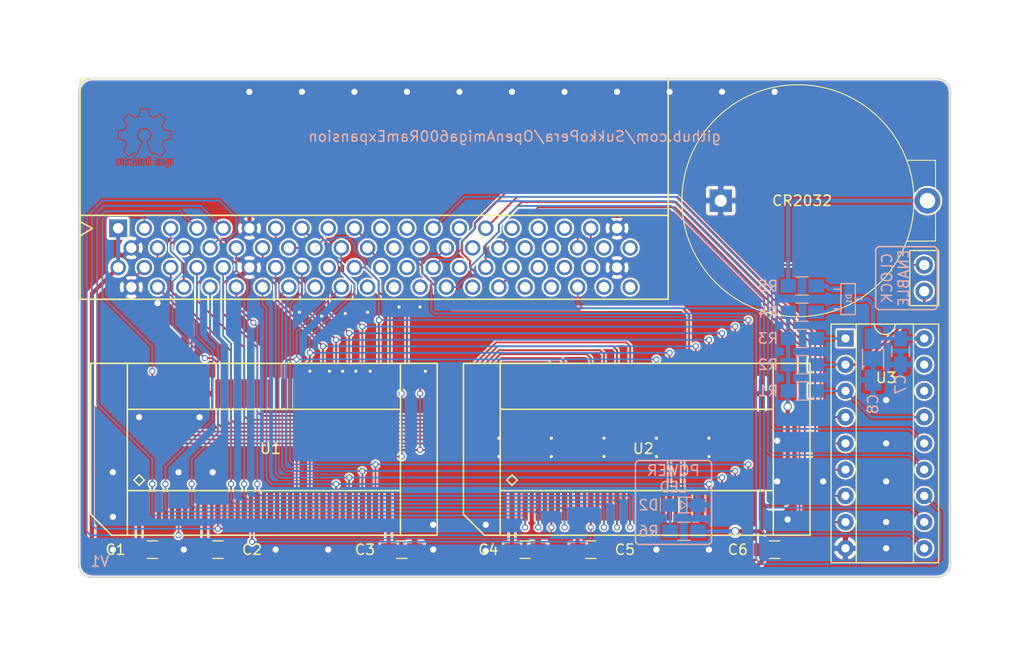
<source format=kicad_pcb>
(kicad_pcb (version 4) (host pcbnew 4.0.7)
  (title_block (title OpenAmiga600RamExpansion) (date 2018-06-28) (rev 1) (company SukkoPera))
  (layers (0 F.Cu signal) (31 B.Cu signal) (36 B.SilkS user) (37 F.SilkS user) (38 B.Mask user) (39 F.Mask user) (44 Edge.Cuts user))
  (net 0 "")
  (net 1 VCC)
  (net 2 GND)
  (net 3 /rtc_wr)
  (net 4 /rtc_a3)
  (net 5 /rtc_a1)
  (net 6 /rtc_d3)
  (net 7 /rtc_d1)
  (net 8 /rtc_d2)
  (net 9 /rtc_a2)
  (net 10 /rtc_rd)
  (net 11 /rtc_d0)
  (net 12 /rtc_a0)
  (net 13 /rtc_cs)
  (net 14 "Net-(CONN1-Pad37)")
  (net 15 /a5)
  (net 16 /a7)
  (net 17 /d4)
  (net 18 /d0)
  (net 19 /d11)
  (net 20 /d15)
  (net 21 "Net-(CONN1-Pad39)")
  (net 22 "Net-(CONN1-Pad35)")
  (net 23 /a4)
  (net 24 /a6)
  (net 25 /a8)
  (net 26 /d6)
  (net 27 /d2)
  (net 28 /d9)
  (net 29 /d13)
  (net 30 /d14)
  (net 31 /d12)
  (net 32 /d10)
  (net 33 /d8)
  (net 34 /d1)
  (net 35 /d3)
  (net 36 /d5)
  (net 37 /d7)
  (net 38 /a0)
  (net 39 /a1)
  (net 40 /a2)
  (net 41 /a3)
  (net 42 "Net-(CONN1-Pad36)")
  (net 43 "Net-(CONN1-Pad38)")
  (net 44 "Net-(D1-Pad1)")
  (net 45 "Net-(D1-Pad2)")
  (net 46 "Net-(J1-Pad1)")
  (net 47 "Net-(R3-Pad2)")
  (net 48 VDD)
  (net 49 "Net-(BT1-Pad1)")
  (net 50 "Net-(R1-Pad2)")
  (net 51 "Net-(D2-Pad2)")
  (module LED_0805_HandSoldering_ModSilkS (layer B.Cu) (at 172.847 94.615 180)
    (fp_text reference D2 (at 3.429 0 180) (layer B.SilkS) (effects (justify mirror)))
    (fp_text value LED)
    (pad 1 smd rect (at -1.35 0 180) (size 1.5 1.3) (layers B.Cu B.Mask) (net 2 GND))
    (pad 2 smd rect (at 1.35 0 180) (size 1.5 1.3) (layers B.Cu B.Mask) (net 51 "Net-(D2-Pad2)"))
  )
  (module smd_trans:sot23 (layer B.Cu) (at 188.722 74.676 90)
    (fp_text reference D1 (at 0.0254 0.08636 90) (layer B.SilkS) (effects (font (size 0.50038 0.50038) (thickness 0.09906)) (justify mirror)))
    (fp_text value BAT54C hide)
    (pad 1 smd rect (at -0.9525 -1.05664 90) (size 0.59944 1.00076) (layers B.Cu B.Mask) (net 44 "Net-(D1-Pad1)"))
    (pad 3 smd rect (at 0 1.05664 90) (size 0.59944 1.00076) (layers B.Cu B.Mask) (net 48 VDD))
    (pad 2 smd rect (at 0.9525 -1.05664 90) (size 0.59944 1.00076) (layers B.Cu B.Mask) (net 45 "Net-(D1-Pad2)"))
  )
  (module Housings_DIP:DIP-18_W7.62mm_Socket (layer F.Cu) (at 188.468 78.486)
    (fp_text reference U3 (at 3.937 3.81) (layer F.SilkS))
    (fp_text value MSM6242B)
    (pad 1 thru_hole rect (at 0 0) (size 1.6 1.6) (drill 0.8) (layers *.Cu *.Mask) (net 47 "Net-(R3-Pad2)"))
    (pad 10 thru_hole oval (at 7.62 20.32) (size 1.6 1.6) (drill 0.8) (layers *.Cu *.Mask) (net 3 /rtc_wr))
    (pad 2 thru_hole oval (at 0 2.54) (size 1.6 1.6) (drill 0.8) (layers *.Cu *.Mask) (net 46 "Net-(J1-Pad1)"))
    (pad 11 thru_hole oval (at 7.62 17.78) (size 1.6 1.6) (drill 0.8) (layers *.Cu *.Mask) (net 6 /rtc_d3))
    (pad 3 thru_hole oval (at 0 5.08) (size 1.6 1.6) (drill 0.8) (layers *.Cu *.Mask) (net 50 "Net-(R1-Pad2)"))
    (pad 12 thru_hole oval (at 7.62 15.24) (size 1.6 1.6) (drill 0.8) (layers *.Cu *.Mask) (net 8 /rtc_d2))
    (pad 4 thru_hole oval (at 0 7.62) (size 1.6 1.6) (drill 0.8) (layers *.Cu *.Mask) (net 12 /rtc_a0))
    (pad 13 thru_hole oval (at 7.62 12.7) (size 1.6 1.6) (drill 0.8) (layers *.Cu *.Mask) (net 7 /rtc_d1))
    (pad 5 thru_hole oval (at 0 10.16) (size 1.6 1.6) (drill 0.8) (layers *.Cu *.Mask) (net 5 /rtc_a1))
    (pad 14 thru_hole oval (at 7.62 10.16) (size 1.6 1.6) (drill 0.8) (layers *.Cu *.Mask) (net 11 /rtc_d0))
    (pad 6 thru_hole oval (at 0 12.7) (size 1.6 1.6) (drill 0.8) (layers *.Cu *.Mask) (net 9 /rtc_a2))
    (pad 15 thru_hole oval (at 7.62 7.62) (size 1.6 1.6) (drill 0.8) (layers *.Cu *.Mask) (net 50 "Net-(R1-Pad2)"))
    (pad 7 thru_hole oval (at 0 15.24) (size 1.6 1.6) (drill 0.8) (layers *.Cu *.Mask) (net 4 /rtc_a3))
    (pad 16 thru_hole oval (at 7.62 5.08) (size 1.6 1.6) (drill 0.8) (layers *.Cu *.Mask))
    (pad 8 thru_hole oval (at 0 17.78) (size 1.6 1.6) (drill 0.8) (layers *.Cu *.Mask) (net 10 /rtc_rd))
    (pad 17 thru_hole oval (at 7.62 2.54) (size 1.6 1.6) (drill 0.8) (layers *.Cu *.Mask))
    (pad 9 thru_hole oval (at 0 20.32) (size 1.6 1.6) (drill 0.8) (layers *.Cu *.Mask) (net 2 GND))
    (pad 18 thru_hole oval (at 7.62 0) (size 1.6 1.6) (drill 0.8) (layers *.Cu *.Mask) (net 48 VDD))
  )
  (module Capacitors_SMD:C_0805_HandSoldering (layer F.Cu) (at 121.412 98.933)
    (fp_text reference C1 (at -3.556 0) (layer F.SilkS))
    (fp_text value 100n)
    (pad 1 smd rect (at -1.25 0) (size 1.5 1.25) (layers F.Cu F.Mask) (net 1 VCC))
    (pad 2 smd rect (at 1.25 0) (size 1.5 1.25) (layers F.Cu F.Mask) (net 2 GND))
  )
  (module Capacitors_SMD:C_0805_HandSoldering (layer F.Cu) (at 127.762 98.933)
    (fp_text reference C2 (at 3.302 0) (layer F.SilkS))
    (fp_text value 100n)
    (pad 1 smd rect (at -1.25 0) (size 1.5 1.25) (layers F.Cu F.Mask) (net 1 VCC))
    (pad 2 smd rect (at 1.25 0) (size 1.5 1.25) (layers F.Cu F.Mask) (net 2 GND))
  )
  (module Capacitors_SMD:C_0805_HandSoldering (layer F.Cu) (at 145.542 98.933)
    (fp_text reference C3 (at -3.556 0) (layer F.SilkS))
    (fp_text value 100n)
    (pad 1 smd rect (at -1.25 0) (size 1.5 1.25) (layers F.Cu F.Mask) (net 1 VCC))
    (pad 2 smd rect (at 1.25 0) (size 1.5 1.25) (layers F.Cu F.Mask) (net 2 GND))
  )
  (module Capacitors_SMD:C_0805_HandSoldering (layer F.Cu) (at 157.48 98.933)
    (fp_text reference C4 (at -3.556 0) (layer F.SilkS))
    (fp_text value 100n)
    (pad 1 smd rect (at -1.25 0) (size 1.5 1.25) (layers F.Cu F.Mask) (net 1 VCC))
    (pad 2 smd rect (at 1.25 0) (size 1.5 1.25) (layers F.Cu F.Mask) (net 2 GND))
  )
  (module Capacitors_SMD:C_0805_HandSoldering (layer F.Cu) (at 163.83 98.933)
    (fp_text reference C5 (at 3.302 0) (layer F.SilkS))
    (fp_text value 100n)
    (pad 1 smd rect (at -1.25 0) (size 1.5 1.25) (layers F.Cu F.Mask) (net 1 VCC))
    (pad 2 smd rect (at 1.25 0) (size 1.5 1.25) (layers F.Cu F.Mask) (net 2 GND))
  )
  (module Capacitors_SMD:C_0805_HandSoldering (layer F.Cu) (at 181.61 98.933)
    (fp_text reference C6 (at -3.556 0) (layer F.SilkS))
    (fp_text value 100n)
    (pad 1 smd rect (at -1.25 0) (size 1.5 1.25) (layers F.Cu F.Mask) (net 1 VCC))
    (pad 2 smd rect (at 1.25 0) (size 1.5 1.25) (layers F.Cu F.Mask) (net 2 GND))
  )
  (module Capacitors_SMD:C_0805_HandSoldering (layer B.Cu) (at 193.802 79.756 270)
    (fp_text reference C7 (at 3.175 0 270) (layer B.SilkS) (effects (justify mirror)))
    (fp_text value 100n)
    (pad 1 smd rect (at -1.25 0 270) (size 1.5 1.25) (layers B.Cu B.Mask) (net 48 VDD))
    (pad 2 smd rect (at 1.25 0 270) (size 1.5 1.25) (layers B.Cu B.Mask) (net 2 GND))
  )
  (module Capacitors_SMD:C_1206_HandSoldering (layer B.Cu) (at 191.135 80.518 270)
    (fp_text reference C8 (at 4.318 0 270) (layer B.SilkS) (effects (justify mirror)))
    (fp_text value 2.2uF)
    (pad 1 smd rect (at -2 0 270) (size 2 1.6) (layers B.Cu B.Mask) (net 48 VDD))
    (pad 2 smd rect (at 2 0 270) (size 2 1.6) (layers B.Cu B.Mask) (net 2 GND))
  )
  (module Resistors_SMD:R_0805_HandSoldering (layer B.Cu) (at 184.277 81.026)
    (fp_text reference R2 (at -3.302 0) (layer B.SilkS) (effects (justify mirror)))
    (fp_text value 10k)
    (pad 1 smd rect (at -1.35 0) (size 1.5 1.3) (layers B.Cu B.Mask) (net 1 VCC))
    (pad 2 smd rect (at 1.35 0) (size 1.5 1.3) (layers B.Cu B.Mask) (net 46 "Net-(J1-Pad1)"))
  )
  (module Resistors_SMD:R_0805_HandSoldering (layer B.Cu) (at 184.277 83.566)
    (fp_text reference R1 (at -3.302 0) (layer B.SilkS) (effects (justify mirror)))
    (fp_text value 10k)
    (pad 1 smd rect (at -1.35 0) (size 1.5 1.3) (layers B.Cu B.Mask) (net 1 VCC))
    (pad 2 smd rect (at 1.35 0) (size 1.5 1.3) (layers B.Cu B.Mask) (net 50 "Net-(R1-Pad2)"))
  )
  (module Resistors_SMD:R_0805_HandSoldering (layer B.Cu) (at 184.277 78.486)
    (fp_text reference R3 (at -3.302 0) (layer B.SilkS) (effects (justify mirror)))
    (fp_text value 10k)
    (pad 1 smd rect (at -1.35 0) (size 1.5 1.3) (layers B.Cu B.Mask) (net 1 VCC))
    (pad 2 smd rect (at 1.35 0) (size 1.5 1.3) (layers B.Cu B.Mask) (net 47 "Net-(R3-Pad2)"))
  )
  (module Resistors_SMD:R_0805_HandSoldering (layer B.Cu) (at 184.277715 73.406)
    (fp_text reference R5 (at -3.302 0) (layer B.SilkS) (effects (justify mirror)))
    (fp_text value 220)
    (pad 1 smd rect (at -1.35 0) (size 1.5 1.3) (layers B.Cu B.Mask) (net 49 "Net-(BT1-Pad1)"))
    (pad 2 smd rect (at 1.35 0) (size 1.5 1.3) (layers B.Cu B.Mask) (net 45 "Net-(D1-Pad2)"))
  )
  (module Resistors_SMD:R_0805_HandSoldering (layer B.Cu) (at 184.277715 75.946)
    (fp_text reference R4 (at -3.302 0) (layer B.SilkS) (effects (justify mirror)))
    (fp_text value 220)
    (pad 1 smd rect (at -1.35 0) (size 1.5 1.3) (layers B.Cu B.Mask) (net 1 VCC))
    (pad 2 smd rect (at 1.35 0) (size 1.5 1.3) (layers B.Cu B.Mask) (net 44 "Net-(D1-Pad1)"))
  )
  (module OpenAmiga600RamExpansion:SOJ-40-Socket-LongPads (layer F.Cu) (at 168.91 89.154)
    (fp_text reference U2 (at 0 0) (layer F.SilkS))
    (fp_text value NEC_424260)
    (pad 1 smd rect (at -12.7 5.58) (size 0.508 2.778) (layers F.Cu F.Mask) (net 1 VCC))
    (pad 2 smd rect (at -11.43 5.58) (size 0.508 2.778) (layers F.Cu F.Mask) (net 18 /d0))
    (pad 3 smd rect (at -10.16 5.58) (size 0.508 2.778) (layers F.Cu F.Mask) (net 34 /d1))
    (pad 4 smd rect (at -8.89 5.58) (size 0.508 2.778) (layers F.Cu F.Mask) (net 27 /d2))
    (pad 5 smd rect (at -7.62 5.58) (size 0.508 2.778) (layers F.Cu F.Mask) (net 35 /d3))
    (pad 6 smd rect (at -6.35 5.58) (size 0.508 2.778) (layers F.Cu F.Mask) (net 1 VCC))
    (pad 7 smd rect (at -5.08 5.58) (size 0.508 2.778) (layers F.Cu F.Mask) (net 17 /d4))
    (pad 8 smd rect (at -3.81 5.58) (size 0.508 2.778) (layers F.Cu F.Mask) (net 36 /d5))
    (pad 9 smd rect (at -2.54 5.58) (size 0.508 2.778) (layers F.Cu F.Mask) (net 26 /d6))
    (pad 10 smd rect (at -1.27 5.58) (size 0.508 2.778) (layers F.Cu F.Mask) (net 37 /d7))
    (pad 11 smd rect (at 0 5.58) (size 0.508 2.778) (layers F.Cu F.Mask))
    (pad 12 smd rect (at 1.27 5.58) (size 0.508 2.778) (layers F.Cu F.Mask))
    (pad 13 smd rect (at 2.54 5.58) (size 0.508 2.778) (layers F.Cu F.Mask) (net 21 "Net-(CONN1-Pad39)"))
    (pad 14 smd rect (at 3.81 5.58) (size 0.508 2.778) (layers F.Cu F.Mask) (net 14 "Net-(CONN1-Pad37)"))
    (pad 15 smd rect (at 5.08 5.58) (size 0.508 2.778) (layers F.Cu F.Mask))
    (pad 16 smd rect (at 6.35 5.58) (size 0.508 2.778) (layers F.Cu F.Mask) (net 38 /a0))
    (pad 17 smd rect (at 7.62 5.58) (size 0.508 2.778) (layers F.Cu F.Mask) (net 39 /a1))
    (pad 18 smd rect (at 8.89 5.58) (size 0.508 2.778) (layers F.Cu F.Mask) (net 40 /a2))
    (pad 19 smd rect (at 10.16 5.58) (size 0.508 2.778) (layers F.Cu F.Mask) (net 41 /a3))
    (pad 20 smd rect (at 11.43 5.58) (size 0.508 2.778) (layers F.Cu F.Mask) (net 1 VCC))
    (pad 21 smd rect (at 11.43 -5.326) (size 0.508 2.778) (layers F.Cu F.Mask) (net 2 GND))
    (pad 22 smd rect (at 10.16 -5.326) (size 0.508 2.778) (layers F.Cu F.Mask) (net 23 /a4))
    (pad 23 smd rect (at 8.89 -5.326) (size 0.508 2.778) (layers F.Cu F.Mask) (net 15 /a5))
    (pad 24 smd rect (at 7.62 -5.326) (size 0.508 2.778) (layers F.Cu F.Mask) (net 24 /a6))
    (pad 25 smd rect (at 6.35 -5.326) (size 0.508 2.778) (layers F.Cu F.Mask) (net 16 /a7))
    (pad 26 smd rect (at 5.08 -5.326) (size 0.508 2.778) (layers F.Cu F.Mask) (net 25 /a8))
    (pad 27 smd rect (at 3.81 -5.326) (size 0.508 2.778) (layers F.Cu F.Mask) (net 2 GND))
    (pad 28 smd rect (at 2.54 -5.326) (size 0.508 2.778) (layers F.Cu F.Mask) (net 22 "Net-(CONN1-Pad35)"))
    (pad 29 smd rect (at 1.27 -5.326) (size 0.508 2.778) (layers F.Cu F.Mask) (net 42 "Net-(CONN1-Pad36)"))
    (pad 30 smd rect (at 0 -5.326) (size 0.508 2.778) (layers F.Cu F.Mask))
    (pad 31 smd rect (at -1.27 -5.326) (size 0.508 2.778) (layers F.Cu F.Mask) (net 33 /d8))
    (pad 32 smd rect (at -2.54 -5.326) (size 0.508 2.778) (layers F.Cu F.Mask) (net 28 /d9))
    (pad 33 smd rect (at -3.81 -5.326) (size 0.508 2.778) (layers F.Cu F.Mask) (net 32 /d10))
    (pad 34 smd rect (at -5.08 -5.326) (size 0.508 2.778) (layers F.Cu F.Mask) (net 19 /d11))
    (pad 35 smd rect (at -6.35 -5.326) (size 0.508 2.778) (layers F.Cu F.Mask) (net 2 GND))
    (pad 36 smd rect (at -7.62 -5.326) (size 0.508 2.778) (layers F.Cu F.Mask) (net 31 /d12))
    (pad 37 smd rect (at -8.89 -5.326) (size 0.508 2.778) (layers F.Cu F.Mask) (net 29 /d13))
    (pad 38 smd rect (at -10.16 -5.326) (size 0.508 2.778) (layers F.Cu F.Mask) (net 30 /d14))
    (pad 39 smd rect (at -11.43 -5.326) (size 0.508 2.778) (layers F.Cu F.Mask) (net 20 /d15))
    (pad 40 smd rect (at -12.7 -5.326) (size 0.508 2.778) (layers F.Cu F.Mask) (net 2 GND))
  )
  (module OpenAmiga600RamExpansion:SOJ-40-Socket-LongPads (layer F.Cu) (at 132.842 89.154)
    (fp_text reference U1 (at 0 0) (layer F.SilkS))
    (fp_text value NEC_424260)
    (pad 1 smd rect (at -12.7 5.58) (size 0.508 2.778) (layers F.Cu F.Mask) (net 1 VCC))
    (pad 2 smd rect (at -11.43 5.58) (size 0.508 2.778) (layers F.Cu F.Mask) (net 18 /d0))
    (pad 3 smd rect (at -10.16 5.58) (size 0.508 2.778) (layers F.Cu F.Mask) (net 34 /d1))
    (pad 4 smd rect (at -8.89 5.58) (size 0.508 2.778) (layers F.Cu F.Mask) (net 27 /d2))
    (pad 5 smd rect (at -7.62 5.58) (size 0.508 2.778) (layers F.Cu F.Mask) (net 35 /d3))
    (pad 6 smd rect (at -6.35 5.58) (size 0.508 2.778) (layers F.Cu F.Mask) (net 1 VCC))
    (pad 7 smd rect (at -5.08 5.58) (size 0.508 2.778) (layers F.Cu F.Mask) (net 17 /d4))
    (pad 8 smd rect (at -3.81 5.58) (size 0.508 2.778) (layers F.Cu F.Mask) (net 36 /d5))
    (pad 9 smd rect (at -2.54 5.58) (size 0.508 2.778) (layers F.Cu F.Mask) (net 26 /d6))
    (pad 10 smd rect (at -1.27 5.58) (size 0.508 2.778) (layers F.Cu F.Mask) (net 37 /d7))
    (pad 11 smd rect (at 0 5.58) (size 0.508 2.778) (layers F.Cu F.Mask))
    (pad 12 smd rect (at 1.27 5.58) (size 0.508 2.778) (layers F.Cu F.Mask))
    (pad 13 smd rect (at 2.54 5.58) (size 0.508 2.778) (layers F.Cu F.Mask) (net 21 "Net-(CONN1-Pad39)"))
    (pad 14 smd rect (at 3.81 5.58) (size 0.508 2.778) (layers F.Cu F.Mask) (net 43 "Net-(CONN1-Pad38)"))
    (pad 15 smd rect (at 5.08 5.58) (size 0.508 2.778) (layers F.Cu F.Mask))
    (pad 16 smd rect (at 6.35 5.58) (size 0.508 2.778) (layers F.Cu F.Mask) (net 38 /a0))
    (pad 17 smd rect (at 7.62 5.58) (size 0.508 2.778) (layers F.Cu F.Mask) (net 39 /a1))
    (pad 18 smd rect (at 8.89 5.58) (size 0.508 2.778) (layers F.Cu F.Mask) (net 40 /a2))
    (pad 19 smd rect (at 10.16 5.58) (size 0.508 2.778) (layers F.Cu F.Mask) (net 41 /a3))
    (pad 20 smd rect (at 11.43 5.58) (size 0.508 2.778) (layers F.Cu F.Mask) (net 1 VCC))
    (pad 21 smd rect (at 11.43 -5.326) (size 0.508 2.778) (layers F.Cu F.Mask) (net 2 GND))
    (pad 22 smd rect (at 10.16 -5.326) (size 0.508 2.778) (layers F.Cu F.Mask) (net 23 /a4))
    (pad 23 smd rect (at 8.89 -5.326) (size 0.508 2.778) (layers F.Cu F.Mask) (net 15 /a5))
    (pad 24 smd rect (at 7.62 -5.326) (size 0.508 2.778) (layers F.Cu F.Mask) (net 24 /a6))
    (pad 25 smd rect (at 6.35 -5.326) (size 0.508 2.778) (layers F.Cu F.Mask) (net 16 /a7))
    (pad 26 smd rect (at 5.08 -5.326) (size 0.508 2.778) (layers F.Cu F.Mask) (net 25 /a8))
    (pad 27 smd rect (at 3.81 -5.326) (size 0.508 2.778) (layers F.Cu F.Mask) (net 2 GND))
    (pad 28 smd rect (at 2.54 -5.326) (size 0.508 2.778) (layers F.Cu F.Mask) (net 22 "Net-(CONN1-Pad35)"))
    (pad 29 smd rect (at 1.27 -5.326) (size 0.508 2.778) (layers F.Cu F.Mask) (net 42 "Net-(CONN1-Pad36)"))
    (pad 30 smd rect (at 0 -5.326) (size 0.508 2.778) (layers F.Cu F.Mask))
    (pad 31 smd rect (at -1.27 -5.326) (size 0.508 2.778) (layers F.Cu F.Mask) (net 33 /d8))
    (pad 32 smd rect (at -2.54 -5.326) (size 0.508 2.778) (layers F.Cu F.Mask) (net 28 /d9))
    (pad 33 smd rect (at -3.81 -5.326) (size 0.508 2.778) (layers F.Cu F.Mask) (net 32 /d10))
    (pad 34 smd rect (at -5.08 -5.326) (size 0.508 2.778) (layers F.Cu F.Mask) (net 19 /d11))
    (pad 35 smd rect (at -6.35 -5.326) (size 0.508 2.778) (layers F.Cu F.Mask) (net 2 GND))
    (pad 36 smd rect (at -7.62 -5.326) (size 0.508 2.778) (layers F.Cu F.Mask) (net 31 /d12))
    (pad 37 smd rect (at -8.89 -5.326) (size 0.508 2.778) (layers F.Cu F.Mask) (net 29 /d13))
    (pad 38 smd rect (at -10.16 -5.326) (size 0.508 2.778) (layers F.Cu F.Mask) (net 30 /d14))
    (pad 39 smd rect (at -11.43 -5.326) (size 0.508 2.778) (layers F.Cu F.Mask) (net 20 /d15))
    (pad 40 smd rect (at -12.7 -5.326) (size 0.508 2.778) (layers F.Cu F.Mask) (net 2 GND))
  )
  (module OpenAmiga600RamExpansion:4UCON_10156_90deg (layer F.Cu) (at 118.11 67.818)
    (fp_text reference CONN1 hide)
    (fp_text value A600_TRAPDOOR)
    (pad 80 thru_hole circle (at 49.53 5.7) (size 1.5 1.5) (drill 1) (layers *.Cu *.Mask))
    (pad 78 thru_hole circle (at 48.26 3.8) (size 1.5 1.5) (drill 1) (layers *.Cu *.Mask) (net 2 GND))
    (pad 76 thru_hole circle (at 46.99 5.7) (size 1.5 1.5) (drill 1) (layers *.Cu *.Mask))
    (pad 74 thru_hole circle (at 45.72 3.8) (size 1.5 1.5) (drill 1) (layers *.Cu *.Mask))
    (pad 72 thru_hole circle (at 44.45 5.7) (size 1.5 1.5) (drill 1) (layers *.Cu *.Mask) (net 3 /rtc_wr))
    (pad 70 thru_hole circle (at 43.18 3.8) (size 1.5 1.5) (drill 1) (layers *.Cu *.Mask))
    (pad 68 thru_hole circle (at 41.91 5.7) (size 1.5 1.5) (drill 1) (layers *.Cu *.Mask))
    (pad 66 thru_hole circle (at 40.64 3.8) (size 1.5 1.5) (drill 1) (layers *.Cu *.Mask))
    (pad 64 thru_hole circle (at 39.37 5.7) (size 1.5 1.5) (drill 1) (layers *.Cu *.Mask))
    (pad 62 thru_hole circle (at 38.1 3.8) (size 1.5 1.5) (drill 1) (layers *.Cu *.Mask))
    (pad 60 thru_hole circle (at 36.83 5.7) (size 1.5 1.5) (drill 1) (layers *.Cu *.Mask) (net 4 /rtc_a3))
    (pad 58 thru_hole circle (at 35.56 3.8) (size 1.5 1.5) (drill 1) (layers *.Cu *.Mask) (net 5 /rtc_a1))
    (pad 56 thru_hole circle (at 34.29 5.7) (size 1.5 1.5) (drill 1) (layers *.Cu *.Mask))
    (pad 54 thru_hole circle (at 33.02 3.8) (size 1.5 1.5) (drill 1) (layers *.Cu *.Mask))
    (pad 52 thru_hole circle (at 31.75 5.7) (size 1.5 1.5) (drill 1) (layers *.Cu *.Mask) (net 6 /rtc_d3))
    (pad 50 thru_hole circle (at 30.48 3.8) (size 1.5 1.5) (drill 1) (layers *.Cu *.Mask) (net 7 /rtc_d1))
    (pad 48 thru_hole circle (at 29.21 5.7) (size 1.5 1.5) (drill 1) (layers *.Cu *.Mask))
    (pad 46 thru_hole circle (at 27.94 3.8) (size 1.5 1.5) (drill 1) (layers *.Cu *.Mask))
    (pad 43 thru_hole circle (at 26.67 1.9) (size 1.5 1.5) (drill 1) (layers *.Cu *.Mask))
    (pad 47 thru_hole circle (at 29.21 1.9) (size 1.5 1.5) (drill 1) (layers *.Cu *.Mask))
    (pad 51 thru_hole circle (at 31.75 1.9) (size 1.5 1.5) (drill 1) (layers *.Cu *.Mask) (net 8 /rtc_d2))
    (pad 55 thru_hole circle (at 34.29 1.9) (size 1.5 1.5) (drill 1) (layers *.Cu *.Mask))
    (pad 59 thru_hole circle (at 36.83 1.9) (size 1.5 1.5) (drill 1) (layers *.Cu *.Mask) (net 9 /rtc_a2))
    (pad 63 thru_hole circle (at 39.37 1.9) (size 1.5 1.5) (drill 1) (layers *.Cu *.Mask))
    (pad 67 thru_hole circle (at 41.91 1.9) (size 1.5 1.5) (drill 1) (layers *.Cu *.Mask))
    (pad 71 thru_hole circle (at 44.45 1.9) (size 1.5 1.5) (drill 1) (layers *.Cu *.Mask) (net 10 /rtc_rd))
    (pad 75 thru_hole circle (at 46.99 1.9) (size 1.5 1.5) (drill 1) (layers *.Cu *.Mask))
    (pad 79 thru_hole circle (at 49.53 1.9) (size 1.5 1.5) (drill 1) (layers *.Cu *.Mask))
    (pad 45 thru_hole circle (at 27.94 0) (size 1.5 1.5) (drill 1) (layers *.Cu *.Mask))
    (pad 49 thru_hole circle (at 30.48 0) (size 1.5 1.5) (drill 1) (layers *.Cu *.Mask) (net 11 /rtc_d0))
    (pad 53 thru_hole circle (at 33.02 0) (size 1.5 1.5) (drill 1) (layers *.Cu *.Mask))
    (pad 57 thru_hole circle (at 35.56 0) (size 1.5 1.5) (drill 1) (layers *.Cu *.Mask) (net 12 /rtc_a0))
    (pad 61 thru_hole circle (at 38.1 0) (size 1.5 1.5) (drill 1) (layers *.Cu *.Mask))
    (pad 65 thru_hole circle (at 40.64 0) (size 1.5 1.5) (drill 1) (layers *.Cu *.Mask))
    (pad 69 thru_hole circle (at 43.18 0) (size 1.5 1.5) (drill 1) (layers *.Cu *.Mask))
    (pad 73 thru_hole circle (at 45.72 0) (size 1.5 1.5) (drill 1) (layers *.Cu *.Mask) (net 13 /rtc_cs))
    (pad 77 thru_hole circle (at 48.26 0) (size 1.5 1.5) (drill 1) (layers *.Cu *.Mask) (net 2 GND))
    (pad 44 thru_hole circle (at 26.67 5.7) (size 1.5 1.5) (drill 1) (layers *.Cu *.Mask))
    (pad 4 thru_hole circle (at 1.27 5.7) (size 1.5 1.5) (drill 1) (layers *.Cu *.Mask) (net 2 GND))
    (pad 2 thru_hole circle (at 0 3.8) (size 1.5 1.5) (drill 1) (layers *.Cu *.Mask) (net 1 VCC))
    (pad 41 thru_hole circle (at 25.4 0) (size 1.5 1.5) (drill 1) (layers *.Cu *.Mask))
    (pad 37 thru_hole circle (at 22.86 0) (size 1.5 1.5) (drill 1) (layers *.Cu *.Mask) (net 14 "Net-(CONN1-Pad37)"))
    (pad 33 thru_hole circle (at 20.32 0) (size 1.5 1.5) (drill 1) (layers *.Cu *.Mask))
    (pad 29 thru_hole circle (at 17.78 0) (size 1.5 1.5) (drill 1) (layers *.Cu *.Mask) (net 15 /a5))
    (pad 25 thru_hole circle (at 15.24 0) (size 1.5 1.5) (drill 1) (layers *.Cu *.Mask) (net 16 /a7))
    (pad 21 thru_hole circle (at 12.7 0) (size 1.5 1.5) (drill 1) (layers *.Cu *.Mask) (net 2 GND))
    (pad 17 thru_hole circle (at 10.16 0) (size 1.5 1.5) (drill 1) (layers *.Cu *.Mask) (net 17 /d4))
    (pad 13 thru_hole circle (at 7.62 0) (size 1.5 1.5) (drill 1.0161) (layers *.Cu *.Mask) (net 18 /d0))
    (pad 9 thru_hole circle (at 5.08 0) (size 1.5 1.5) (drill 1) (layers *.Cu *.Mask) (net 19 /d11))
    (pad 5 thru_hole circle (at 2.54 0) (size 1.5 1.5) (drill 1) (layers *.Cu *.Mask) (net 20 /d15))
    (pad 39 thru_hole circle (at 24.13 1.9) (size 1.5 1.5) (drill 1) (layers *.Cu *.Mask) (net 21 "Net-(CONN1-Pad39)"))
    (pad 35 thru_hole circle (at 21.59 1.9) (size 1.5 1.5) (drill 1) (layers *.Cu *.Mask) (net 22 "Net-(CONN1-Pad35)"))
    (pad 31 thru_hole circle (at 19.05 1.9) (size 1.5 1.5) (drill 1) (layers *.Cu *.Mask) (net 23 /a4))
    (pad 27 thru_hole circle (at 16.51 1.9) (size 1.5 1.5) (drill 1) (layers *.Cu *.Mask) (net 24 /a6))
    (pad 23 thru_hole circle (at 13.97 1.9) (size 1.5 1.5) (drill 1) (layers *.Cu *.Mask) (net 25 /a8))
    (pad 19 thru_hole circle (at 11.43 1.9) (size 1.5 1.5) (drill 1) (layers *.Cu *.Mask) (net 26 /d6))
    (pad 15 thru_hole circle (at 8.89 1.9) (size 1.5 1.5) (drill 1) (layers *.Cu *.Mask) (net 27 /d2))
    (pad 11 thru_hole circle (at 6.35 1.9) (size 1.5 1.5) (drill 1) (layers *.Cu *.Mask) (net 28 /d9))
    (pad 7 thru_hole circle (at 3.81 1.9) (size 1.5 1.5) (drill 1) (layers *.Cu *.Mask) (net 29 /d13))
    (pad 3 thru_hole circle (at 1.27 1.9) (size 1.5 1.5) (drill 1) (layers *.Cu *.Mask) (net 2 GND))
    (pad 1 thru_hole rect (at 0 0) (size 1.7272 1.7272) (drill 1.016) (layers *.Cu *.Mask) (net 1 VCC))
    (pad 6 thru_hole circle (at 2.54 3.8) (size 1.5 1.5) (drill 1) (layers *.Cu *.Mask) (net 30 /d14))
    (pad 8 thru_hole circle (at 3.81 5.7) (size 1.5 1.5) (drill 1) (layers *.Cu *.Mask) (net 31 /d12))
    (pad 10 thru_hole circle (at 5.08 3.8) (size 1.5 1.5) (drill 1) (layers *.Cu *.Mask) (net 32 /d10))
    (pad 12 thru_hole circle (at 6.35 5.7) (size 1.5 1.5) (drill 1) (layers *.Cu *.Mask) (net 33 /d8))
    (pad 14 thru_hole circle (at 7.62 3.8) (size 1.5 1.5) (drill 1) (layers *.Cu *.Mask) (net 34 /d1))
    (pad 16 thru_hole circle (at 8.89 5.7) (size 1.5 1.5) (drill 1) (layers *.Cu *.Mask) (net 35 /d3))
    (pad 18 thru_hole circle (at 10.16 3.8) (size 1.5 1.5) (drill 1) (layers *.Cu *.Mask) (net 36 /d5))
    (pad 20 thru_hole circle (at 11.43 5.7) (size 1.5 1.5) (drill 1) (layers *.Cu *.Mask) (net 37 /d7))
    (pad 22 thru_hole circle (at 12.7 3.8) (size 1.5 1.5) (drill 1) (layers *.Cu *.Mask) (net 2 GND))
    (pad 24 thru_hole circle (at 13.97 5.7) (size 1.5 1.5) (drill 1) (layers *.Cu *.Mask) (net 38 /a0))
    (pad 26 thru_hole circle (at 15.24 3.8) (size 1.5 1.5) (drill 1) (layers *.Cu *.Mask) (net 39 /a1))
    (pad 28 thru_hole circle (at 16.51 5.7) (size 1.5 1.5) (drill 1) (layers *.Cu *.Mask) (net 40 /a2))
    (pad 30 thru_hole circle (at 17.78 3.8) (size 1.5 1.5) (drill 1) (layers *.Cu *.Mask) (net 41 /a3))
    (pad 32 thru_hole circle (at 19.05 5.7) (size 1.5 1.5) (drill 1) (layers *.Cu *.Mask))
    (pad 34 thru_hole circle (at 20.32 3.8) (size 1.5 1.5) (drill 1) (layers *.Cu *.Mask))
    (pad 36 thru_hole circle (at 21.59 5.7) (size 1.5 1.5) (drill 1) (layers *.Cu *.Mask) (net 42 "Net-(CONN1-Pad36)"))
    (pad 38 thru_hole circle (at 22.86 3.8) (size 1.5 1.5) (drill 1) (layers *.Cu *.Mask) (net 43 "Net-(CONN1-Pad38)"))
    (pad 40 thru_hole circle (at 24.13 5.7) (size 1.5 1.5) (drill 1) (layers *.Cu *.Mask))
    (pad 42 thru_hole circle (at 25.4 3.8) (size 1.5 1.5) (drill 1) (layers *.Cu *.Mask))
  )
  (module OpenAmiga600RamExpansion:Battery_Holder_Coin_2032_BS-7 (layer F.Cu) (at 176.403 65.151)
    (fp_text reference BT1 hide)
    (fp_text value CR2032)
    (pad 2 thru_hole rect (at 0 0) (size 2.17 2.17) (drill 1.17) (layers *.Cu *.Mask) (net 2 GND))
    (pad 1 thru_hole circle (at 20 0) (size 2.5 2.5) (drill 1.5) (layers *.Cu *.Mask) (net 49 "Net-(BT1-Pad1)"))
  )
  (module w_logo:Logo_copper_OSHW_6x6mm (layer B.Cu) (at 120.65 58.547 180)
    (fp_text reference J99 hide)
    (fp_text value OSHW_LOGO hide)
    (fp_line (start 2.16 -2.62) (end 2.16 -3.08) (layer B.Cu) (width 0.075))
    (fp_line (start 2.25 -2.62) (end 2.3 -2.62) (layer B.Cu) (width 0.075))
    (fp_line (start 2.2 -2.65) (end 2.25 -2.62) (layer B.Cu) (width 0.075))
    (fp_line (start 2.18 -2.67) (end 2.2 -2.65) (layer B.Cu) (width 0.075))
    (fp_line (start 2.16 -2.74) (end 2.18 -2.67) (layer B.Cu) (width 0.075))
    (fp_line (start 2.6 -3.08) (end 2.65 -3.05) (layer B.Cu) (width 0.075))
    (fp_line (start 2.5 -3.08) (end 2.6 -3.08) (layer B.Cu) (width 0.075))
    (fp_line (start 2.46 -3.05) (end 2.5 -3.08) (layer B.Cu) (width 0.075))
    (fp_line (start 2.44 -2.98) (end 2.46 -3.05) (layer B.Cu) (width 0.075))
    (fp_line (start 2.44 -2.71) (end 2.44 -2.98) (layer B.Cu) (width 0.075))
    (fp_line (start 2.47 -2.65) (end 2.44 -2.71) (layer B.Cu) (width 0.075))
    (fp_line (start 2.51 -2.62) (end 2.47 -2.65) (layer B.Cu) (width 0.075))
    (fp_line (start 2.61 -2.62) (end 2.51 -2.62) (layer B.Cu) (width 0.075))
    (fp_line (start 2.65 -2.66) (end 2.61 -2.62) (layer B.Cu) (width 0.075))
    (fp_line (start 2.67 -2.73) (end 2.65 -2.66) (layer B.Cu) (width 0.075))
    (fp_line (start 2.67 -2.85) (end 2.67 -2.73) (layer B.Cu) (width 0.075))
    (fp_line (start 2.67 -2.85) (end 2.44 -2.85) (layer B.Cu) (width 0.075))
    (fp_line (start 1.92 -2.71) (end 1.92 -3.08) (layer B.Cu) (width 0.075))
    (fp_line (start 1.89 -2.65) (end 1.92 -2.71) (layer B.Cu) (width 0.075))
    (fp_line (start 1.85 -2.62) (end 1.89 -2.65) (layer B.Cu) (width 0.075))
    (fp_line (start 1.75 -2.62) (end 1.85 -2.62) (layer B.Cu) (width 0.075))
    (fp_line (start 1.7 -2.65) (end 1.75 -2.62) (layer B.Cu) (width 0.075))
    (fp_line (start 1.76 -2.81) (end 1.71 -2.84) (layer B.Cu) (width 0.075))
    (fp_line (start 1.88 -2.81) (end 1.76 -2.81) (layer B.Cu) (width 0.075))
    (fp_line (start 1.92 -2.78) (end 1.88 -2.81) (layer B.Cu) (width 0.075))
    (fp_line (start 1.87 -3.08) (end 1.92 -3.04) (layer B.Cu) (width 0.075))
    (fp_line (start 1.75 -3.08) (end 1.87 -3.08) (layer B.Cu) (width 0.075))
    (fp_line (start 1.7 -3.04) (end 1.75 -3.08) (layer B.Cu) (width 0.075))
    (fp_line (start 1.68 -2.98) (end 1.7 -3.04) (layer B.Cu) (width 0.075))
    (fp_line (start 1.68 -2.91) (end 1.68 -2.98) (layer B.Cu) (width 0.075))
    (fp_line (start 1.71 -2.84) (end 1.68 -2.91) (layer B.Cu) (width 0.075))
    (fp_line (start 1.13 -2.62) (end 1.23 -3.08) (layer B.Cu) (width 0.075))
    (fp_line (start 1.23 -3.08) (end 1.32 -2.74) (layer B.Cu) (width 0.075))
    (fp_line (start 1.32 -2.74) (end 1.42 -3.08) (layer B.Cu) (width 0.075))
    (fp_line (start 1.42 -3.08) (end 1.52 -2.62) (layer B.Cu) (width 0.075))
    (fp_line (start 0.94 -3.05) (end 0.9 -3.08) (layer B.Cu) (width 0.075))
    (fp_line (start 0.9 -3.08) (end 0.79 -3.08) (layer B.Cu) (width 0.075))
    (fp_line (start 0.79 -3.08) (end 0.75 -3.05) (layer B.Cu) (width 0.075))
    (fp_line (start 0.75 -3.05) (end 0.73 -3.02) (layer B.Cu) (width 0.075))
    (fp_line (start 0.73 -3.02) (end 0.7 -2.95) (layer B.Cu) (width 0.075))
    (fp_line (start 0.7 -2.95) (end 0.7 -2.75) (layer B.Cu) (width 0.075))
    (fp_line (start 0.7 -2.75) (end 0.73 -2.68) (layer B.Cu) (width 0.075))
    (fp_line (start 0.73 -2.68) (end 0.75 -2.65) (layer B.Cu) (width 0.075))
    (fp_line (start 0.75 -2.65) (end 0.81 -2.61) (layer B.Cu) (width 0.075))
    (fp_line (start 0.81 -2.61) (end 0.88 -2.61) (layer B.Cu) (width 0.075))
    (fp_line (start 0.88 -2.61) (end 0.94 -2.65) (layer B.Cu) (width 0.075))
    (fp_line (start 0.94 -2.38) (end 0.94 -3.08) (layer B.Cu) (width 0.075))
    (fp_line (start 0.42 -2.74) (end 0.44 -2.67) (layer B.Cu) (width 0.075))
    (fp_line (start 0.44 -2.67) (end 0.46 -2.65) (layer B.Cu) (width 0.075))
    (fp_line (start 0.46 -2.65) (end 0.51 -2.62) (layer B.Cu) (width 0.075))
    (fp_line (start 0.51 -2.62) (end 0.56 -2.62) (layer B.Cu) (width 0.075))
    (fp_line (start 0.42 -2.62) (end 0.42 -3.08) (layer B.Cu) (width 0.075))
    (fp_line (start -0.03 -2.84) (end -0.06 -2.91) (layer B.Cu) (width 0.075))
    (fp_line (start -0.06 -2.91) (end -0.06 -2.98) (layer B.Cu) (width 0.075))
    (fp_line (start -0.06 -2.98) (end -0.04 -3.04) (layer B.Cu) (width 0.075))
    (fp_line (start -0.04 -3.04) (end 0.01 -3.08) (layer B.Cu) (width 0.075))
    (fp_line (start 0.01 -3.08) (end 0.13 -3.08) (layer B.Cu) (width 0.075))
    (fp_line (start 0.13 -3.08) (end 0.18 -3.04) (layer B.Cu) (width 0.075))
    (fp_line (start 0.18 -2.78) (end 0.14 -2.81) (layer B.Cu) (width 0.075))
    (fp_line (start 0.14 -2.81) (end 0.02 -2.81) (layer B.Cu) (width 0.075))
    (fp_line (start 0.02 -2.81) (end -0.03 -2.84) (layer B.Cu) (width 0.075))
    (fp_line (start -0.04 -2.65) (end 0.01 -2.62) (layer B.Cu) (width 0.075))
    (fp_line (start 0.01 -2.62) (end 0.11 -2.62) (layer B.Cu) (width 0.075))
    (fp_line (start 0.11 -2.62) (end 0.15 -2.65) (layer B.Cu) (width 0.075))
    (fp_line (start 0.15 -2.65) (end 0.18 -2.71) (layer B.Cu) (width 0.075))
    (fp_line (start 0.18 -2.71) (end 0.18 -3.08) (layer B.Cu) (width 0.075))
    (fp_line (start -0.49 -2.69) (end -0.47 -2.65) (layer B.Cu) (width 0.075))
    (fp_line (start -0.47 -2.65) (end -0.42 -2.62) (layer B.Cu) (width 0.075))
    (fp_line (start -0.42 -2.62) (end -0.34 -2.62) (layer B.Cu) (width 0.075))
    (fp_line (start -0.34 -2.62) (end -0.3 -2.65) (layer B.Cu) (width 0.075))
    (fp_line (start -0.3 -2.65) (end -0.28 -2.71) (layer B.Cu) (width 0.075))
    (fp_line (start -0.28 -2.71) (end -0.28 -3.08) (layer B.Cu) (width 0.075))
    (fp_line (start -0.49 -2.38) (end -0.49 -3.08) (layer B.Cu) (width 0.075))
    (fp_line (start -1.54 -2.85) (end -1.77 -2.85) (layer B.Cu) (width 0.075))
    (fp_line (start -1.32 -2.68) (end -1.3 -2.65) (layer B.Cu) (width 0.075))
    (fp_line (start -1.3 -2.65) (end -1.26 -2.62) (layer B.Cu) (width 0.075))
    (fp_line (start -1.26 -2.62) (end -1.17 -2.62) (layer B.Cu) (width 0.075))
    (fp_line (start -1.17 -2.62) (end -1.13 -2.65) (layer B.Cu) (width 0.075))
    (fp_line (start -1.13 -2.65) (end -1.11 -2.71) (layer B.Cu) (width 0.075))
    (fp_line (start -1.11 -2.71) (end -1.11 -3.08) (layer B.Cu) (width 0.075))
    (fp_line (start -1.32 -2.62) (end -1.32 -3.08) (layer B.Cu) (width 0.075))
    (fp_line (start -1.54 -2.85) (end -1.54 -2.73) (layer B.Cu) (width 0.075))
    (fp_line (start -1.54 -2.73) (end -1.56 -2.66) (layer B.Cu) (width 0.075))
    (fp_line (start -1.56 -2.66) (end -1.6 -2.62) (layer B.Cu) (width 0.075))
    (fp_line (start -1.6 -2.62) (end -1.7 -2.62) (layer B.Cu) (width 0.075))
    (fp_line (start -1.7 -2.62) (end -1.74 -2.65) (layer B.Cu) (width 0.075))
    (fp_line (start -1.74 -2.65) (end -1.77 -2.71) (layer B.Cu) (width 0.075))
    (fp_line (start -1.77 -2.71) (end -1.77 -2.98) (layer B.Cu) (width 0.075))
    (fp_line (start -1.77 -2.98) (end -1.75 -3.05) (layer B.Cu) (width 0.075))
    (fp_line (start -1.75 -3.05) (end -1.71 -3.08) (layer B.Cu) (width 0.075))
    (fp_line (start -1.71 -3.08) (end -1.61 -3.08) (layer B.Cu) (width 0.075))
    (fp_line (start -1.61 -3.08) (end -1.56 -3.05) (layer B.Cu) (width 0.075))
    (fp_line (start -2.2 -2.65) (end -2.16 -2.62) (layer B.Cu) (width 0.075))
    (fp_line (start -2.16 -2.62) (end -2.06 -2.62) (layer B.Cu) (width 0.075))
    (fp_line (start -2.06 -2.62) (end -2.02 -2.65) (layer B.Cu) (width 0.075))
    (fp_line (start -2.02 -2.65) (end -1.99 -2.68) (layer B.Cu) (width 0.075))
    (fp_line (start -1.99 -2.68) (end -1.97 -2.74) (layer B.Cu) (width 0.075))
    (fp_line (start -1.97 -2.74) (end -1.97 -2.96) (layer B.Cu) (width 0.075))
    (fp_line (start -1.97 -2.96) (end -1.99 -3.02) (layer B.Cu) (width 0.075))
    (fp_line (start -1.99 -3.02) (end -2.01 -3.05) (layer B.Cu) (width 0.075))
    (fp_line (start -2.01 -3.05) (end -2.05 -3.08) (layer B.Cu) (width 0.075))
    (fp_line (start -2.05 -3.08) (end -2.15 -3.08) (layer B.Cu) (width 0.075))
    (fp_line (start -2.15 -3.08) (end -2.2 -3.05) (layer B.Cu) (width 0.075))
    (fp_line (start -2.2 -3.32) (end -2.2 -2.62) (layer B.Cu) (width 0.075))
    (fp_line (start -2.51 -2.62) (end -2.59 -2.62) (layer B.Cu) (width 0.075))
    (fp_line (start -2.59 -2.62) (end -2.63 -2.65) (layer B.Cu) (width 0.075))
    (fp_line (start -2.63 -2.65) (end -2.65 -2.68) (layer B.Cu) (width 0.075))
    (fp_line (start -2.65 -2.68) (end -2.68 -2.75) (layer B.Cu) (width 0.075))
    (fp_line (start -2.59 -3.08) (end -2.51 -3.08) (layer B.Cu) (width 0.075))
    (fp_line (start -2.51 -3.08) (end -2.46 -3.05) (layer B.Cu) (width 0.075))
    (fp_line (start -2.46 -3.05) (end -2.44 -3.02) (layer B.Cu) (width 0.075))
    (fp_line (start -2.44 -3.02) (end -2.42 -2.95) (layer B.Cu) (width 0.075))
    (fp_line (start -2.42 -2.95) (end -2.42 -2.75) (layer B.Cu) (width 0.075))
    (fp_line (start -2.42 -2.75) (end -2.44 -2.69) (layer B.Cu) (width 0.075))
    (fp_line (start -2.44 -2.69) (end -2.46 -2.66) (layer B.Cu) (width 0.075))
    (fp_line (start -2.46 -2.66) (end -2.51 -2.62) (layer B.Cu) (width 0.075))
    (fp_line (start -2.68 -2.75) (end -2.68 -2.95) (layer B.Cu) (width 0.075))
    (fp_line (start -2.68 -2.95) (end -2.66 -3.01) (layer B.Cu) (width 0.075))
    (fp_line (start -2.66 -3.01) (end -2.64 -3.04) (layer B.Cu) (width 0.075))
    (fp_line (start -2.64 -3.04) (end -2.59 -3.08) (layer B.Cu) (width 0.075))
    (fp_poly (pts (xy -1.51384 -2.24536) (xy -1.48844 -2.23012) (xy -1.43002 -2.19456) (xy -1.3462 -2.13868) (xy -1.24714 -2.07264) (xy -1.14808 -2.0066) (xy -1.0668 -1.95326) (xy -1.01092 -1.91516) (xy -0.98552 -1.90246) (xy -0.97282 -1.90754) (xy -0.9271 -1.9304) (xy -0.85852 -1.96596) (xy -0.81788 -1.98628) (xy -0.75692 -2.01168) (xy -0.7239 -2.0193) (xy -0.71882 -2.00914) (xy -0.69596 -1.96088) (xy -0.6604 -1.8796) (xy -0.61468 -1.77038) (xy -0.5588 -1.64338) (xy -0.50292 -1.50876) (xy -0.4445 -1.36906) (xy -0.38862 -1.23444) (xy -0.34036 -1.11506) (xy -0.29972 -1.01854) (xy -0.27432 -0.94996) (xy -0.26416 -0.92202) (xy -0.2667 -0.9144) (xy -0.29972 -0.88392) (xy -0.35306 -0.84328) (xy -0.47244 -0.74676) (xy -0.58928 -0.60198) (xy -0.6604 -0.43688) (xy -0.68326 -0.25146) (xy -0.66294 -0.08128) (xy -0.5969 0.08128) (xy -0.4826 0.2286) (xy -0.3429 0.33782) (xy -0.18034 0.4064) (xy 0 0.42926) (xy 0.17272 0.40894) (xy 0.34036 0.3429) (xy 0.48768 0.23114) (xy 0.55118 0.16002) (xy 0.63754 0.01016) (xy 0.6858 -0.14732) (xy 0.69088 -0.18796) (xy 0.68326 -0.36322) (xy 0.63246 -0.5334) (xy 0.53848 -0.68326) (xy 0.40894 -0.80772) (xy 0.3937 -0.81788) (xy 0.33528 -0.8636) (xy 0.29464 -0.89408) (xy 0.26416 -0.91948) (xy 0.48768 -1.45796) (xy 0.52324 -1.54178) (xy 0.5842 -1.6891) (xy 0.63754 -1.8161) (xy 0.68072 -1.9177) (xy 0.7112 -1.98374) (xy 0.7239 -2.01168) (xy 0.7239 -2.01422) (xy 0.74422 -2.01676) (xy 0.78486 -2.00152) (xy 0.86106 -1.96596) (xy 0.90932 -1.94056) (xy 0.96774 -1.91262) (xy 0.99314 -1.90246) (xy 1.016 -1.91516) (xy 1.06934 -1.95072) (xy 1.15062 -2.00406) (xy 1.24714 -2.06756) (xy 1.33858 -2.13106) (xy 1.4224 -2.18694) (xy 1.48336 -2.22504) (xy 1.51384 -2.24282) (xy 1.51892 -2.24282) (xy 1.54432 -2.22758) (xy 1.59258 -2.18694) (xy 1.66624 -2.11836) (xy 1.77038 -2.01422) (xy 1.78562 -1.99898) (xy 1.87198 -1.91262) (xy 1.94056 -1.83896) (xy 1.98628 -1.78816) (xy 2.00406 -1.7653) (xy 2.00406 -1.7653) (xy 1.98882 -1.73482) (xy 1.95072 -1.67386) (xy 1.89484 -1.5875) (xy 1.82626 -1.48844) (xy 1.64846 -1.22936) (xy 1.74498 -0.98552) (xy 1.77546 -0.90932) (xy 1.81356 -0.82042) (xy 1.8415 -0.75438) (xy 1.85674 -0.72644) (xy 1.88214 -0.71628) (xy 1.95072 -0.70104) (xy 2.04724 -0.68072) (xy 2.16154 -0.6604) (xy 2.2733 -0.64008) (xy 2.37236 -0.61976) (xy 2.44348 -0.60706) (xy 2.4765 -0.59944) (xy 2.48412 -0.59436) (xy 2.49174 -0.57912) (xy 2.49428 -0.5461) (xy 2.49682 -0.48514) (xy 2.49936 -0.39116) (xy 2.49936 -0.25146) (xy 2.49936 -0.23622) (xy 2.49682 -0.10668) (xy 2.49428 0) (xy 2.49174 0.06604) (xy 2.48666 0.09398) (xy 2.48666 0.09398) (xy 2.45618 0.1016) (xy 2.38506 0.11684) (xy 2.286 0.13462) (xy 2.16662 0.15748) (xy 2.159 0.16002) (xy 2.04216 0.18288) (xy 1.9431 0.2032) (xy 1.87198 0.21844) (xy 1.84404 0.2286) (xy 1.83642 0.23622) (xy 1.81356 0.28194) (xy 1.78054 0.3556) (xy 1.7399 0.4445) (xy 1.7018 0.53848) (xy 1.66878 0.6223) (xy 1.64592 0.68326) (xy 1.6383 0.7112) (xy 1.64084 0.71374) (xy 1.65862 0.74168) (xy 1.69926 0.80264) (xy 1.75514 0.88646) (xy 1.82372 0.98806) (xy 1.8288 0.99568) (xy 1.89738 1.09474) (xy 1.95326 1.1811) (xy 1.98882 1.23952) (xy 2.00406 1.26746) (xy 2.00406 1.27) (xy 1.9812 1.30048) (xy 1.9304 1.35636) (xy 1.85674 1.43256) (xy 1.77038 1.52146) (xy 1.74244 1.54686) (xy 1.64338 1.64338) (xy 1.57734 1.70434) (xy 1.53416 1.73736) (xy 1.51384 1.74498) (xy 1.51384 1.74498) (xy 1.48336 1.7272) (xy 1.41986 1.68656) (xy 1.33604 1.62814) (xy 1.23444 1.55956) (xy 1.22682 1.55448) (xy 1.12776 1.4859) (xy 1.04394 1.43002) (xy 0.98552 1.38938) (xy 0.95758 1.37414) (xy 0.95504 1.37414) (xy 0.9144 1.38684) (xy 0.84328 1.41224) (xy 0.75438 1.44526) (xy 0.66294 1.48336) (xy 0.57912 1.51892) (xy 0.51562 1.54686) (xy 0.48514 1.56464) (xy 0.48514 1.56464) (xy 0.47498 1.6002) (xy 0.4572 1.6764) (xy 0.43688 1.778) (xy 0.41148 1.89992) (xy 0.40894 1.92024) (xy 0.38608 2.03962) (xy 0.3683 2.13868) (xy 0.35306 2.20726) (xy 0.34544 2.2352) (xy 0.3302 2.23774) (xy 0.27178 2.24282) (xy 0.18288 2.24536) (xy 0.07366 2.24536) (xy -0.0381 2.24536) (xy -0.14732 2.24282) (xy -0.2413 2.24028) (xy -0.30988 2.2352) (xy -0.33782 2.23012) (xy -0.33782 2.22758) (xy -0.34798 2.18948) (xy -0.36576 2.11582) (xy -0.38608 2.01168) (xy -0.40894 1.88976) (xy -0.41402 1.8669) (xy -0.43688 1.75006) (xy -0.4572 1.651) (xy -0.4699 1.58496) (xy -0.47752 1.55702) (xy -0.49022 1.55194) (xy -0.53848 1.53162) (xy -0.61722 1.4986) (xy -0.71628 1.45796) (xy -0.94488 1.36652) (xy -1.22682 1.55702) (xy -1.25222 1.5748) (xy -1.35382 1.64338) (xy -1.4351 1.69926) (xy -1.49352 1.73736) (xy -1.51638 1.75006) (xy -1.51892 1.75006) (xy -1.54686 1.72466) (xy -1.60274 1.67132) (xy -1.67894 1.59766) (xy -1.76784 1.5113) (xy -1.83134 1.44526) (xy -1.91008 1.36652) (xy -1.95834 1.31318) (xy -1.98628 1.28016) (xy -1.9939 1.25984) (xy -1.99136 1.2446) (xy -1.97358 1.21666) (xy -1.93294 1.1557) (xy -1.87452 1.06934) (xy -1.80594 0.97028) (xy -1.75006 0.88646) (xy -1.6891 0.79248) (xy -1.651 0.72644) (xy -1.63576 0.69342) (xy -1.64084 0.68072) (xy -1.65862 0.62484) (xy -1.69418 0.54102) (xy -1.73482 0.44196) (xy -1.83388 0.22098) (xy -1.97866 0.19304) (xy -2.06756 0.17526) (xy -2.18948 0.1524) (xy -2.30886 0.12954) (xy -2.49174 0.09398) (xy -2.49936 -0.58166) (xy -2.47142 -0.59436) (xy -2.44348 -0.60198) (xy -2.3749 -0.61722) (xy -2.27838 -0.63754) (xy -2.16154 -0.65786) (xy -2.06502 -0.67564) (xy -1.96596 -0.69596) (xy -1.89484 -0.70866) (xy -1.86436 -0.71628) (xy -1.8542 -0.72644) (xy -1.83134 -0.7747) (xy -1.79578 -0.8509) (xy -1.75514 -0.94234) (xy -1.71704 -1.03632) (xy -1.68148 -1.12522) (xy -1.65862 -1.19126) (xy -1.64846 -1.22428) (xy -1.66116 -1.25222) (xy -1.69926 -1.31064) (xy -1.7526 -1.39192) (xy -1.82118 -1.49098) (xy -1.88722 -1.5875) (xy -1.94564 -1.67132) (xy -1.98374 -1.73228) (xy -2.00152 -1.76022) (xy -1.99136 -1.778) (xy -1.95326 -1.82626) (xy -1.8796 -1.90246) (xy -1.76784 -2.01168) (xy -1.75006 -2.02946) (xy -1.6637 -2.11328) (xy -1.59004 -2.18186) (xy -1.5367 -2.22758) (xy -1.51384 -2.24536)) (layer B.Cu) (width 0.00254))
  )
  (module OpenAmiga600RamExpansion:Pin_Header_Straight_1x02-ModSilkS (layer F.Cu) (at 196.088 73.914 180)
    (fp_text reference J1 hide)
    (fp_text value Conn_01x02 hide)
    (pad 1 thru_hole circle (at 0 0 180) (size 1.7 1.7) (drill 1) (layers *.Cu *.Mask) (net 46 "Net-(J1-Pad1)"))
    (pad 2 thru_hole oval (at 0 2.54 180) (size 1.7 1.7) (drill 1) (layers *.Cu *.Mask) (net 13 /rtc_cs))
  )
  (module Resistors_SMD:R_0805_HandSoldering (layer B.Cu) (at 172.847 97.155)
    (fp_text reference R6 (at -3.429 0) (layer B.SilkS) (effects (justify mirror)))
    (fp_text value 1K)
    (pad 1 smd rect (at -1.35 0) (size 1.5 1.3) (layers B.Cu B.Mask) (net 51 "Net-(D2-Pad2)"))
    (pad 2 smd rect (at 1.35 0) (size 1.5 1.3) (layers B.Cu B.Mask) (net 1 VCC))
  )
  (gr_arc (start 196.977 69.977) (end 196.977 69.596) (angle 90) (layer B.SilkS) (width 0.15))
  (gr_arc (start 191.77 69.977) (end 191.389 69.977) (angle 90) (layer B.SilkS) (width 0.15))
  (gr_arc (start 191.77 75.311) (end 191.77 75.692) (angle 90) (layer B.SilkS) (width 0.15))
  (gr_arc (start 196.977 75.311) (end 197.358 75.311) (angle 90) (layer B.SilkS) (width 0.15))
  (gr_arc (start 175.133 90.678) (end 175.133 90.297) (angle 90) (layer B.SilkS) (width 0.15))
  (gr_arc (start 168.529 90.678) (end 168.148 90.678) (angle 90) (layer B.SilkS) (width 0.15))
  (gr_arc (start 168.529 98.044) (end 168.529 98.425) (angle 90) (layer B.SilkS) (width 0.15))
  (gr_arc (start 175.133 98.044) (end 175.514 98.044) (angle 90) (layer B.SilkS) (width 0.15))
  (gr_text "POWER\nLED" (at 171.831 92.075) (layer B.SilkS) (effects (font (size 1 1)) (justify mirror)))
  (gr_line (start 168.148 90.678) (end 168.148 98.044) (layer B.SilkS) (width 0.15))
  (gr_line (start 175.133 90.297) (end 168.529 90.297) (layer B.SilkS) (width 0.15))
  (gr_line (start 175.514 98.044) (end 175.514 90.678) (layer B.SilkS) (width 0.15))
  (gr_line (start 168.529 98.425) (end 175.133 98.425) (layer B.SilkS) (width 0.15))
  (gr_line (start 191.77 69.596) (end 196.977 69.596) (layer B.SilkS) (width 0.15))
  (gr_line (start 191.389 75.311) (end 191.389 69.977) (layer B.SilkS) (width 0.15))
  (gr_line (start 196.977 75.692) (end 191.77 75.692) (layer B.SilkS) (width 0.15))
  (gr_line (start 197.358 69.977) (end 197.358 75.311) (layer B.SilkS) (width 0.15))
  (gr_text "CLOCK\nENABLE" (at 193.294 72.644 90) (layer B.SilkS) (effects (font (size 1 1)) (justify mirror)))
  (gr_text CR2032 (at 184.277 65.151) (layer F.SilkS) (effects (font (size 1 1))))
  (gr_text V1 (at 116.332 100.076) (layer B.SilkS) (effects (font (size 1 1)) (justify mirror)))
  (gr_text github.com/SukkoPera/OpenAmiga600RamExpansion (at 156.46 58.928) (layer B.SilkS) (effects (font (size 1 1)) (justify mirror)))
  (gr_arc (start 115.57 54.61) (end 114.3 54.61) (angle 90) (layer Edge.Cuts) (width 0.15))
  (gr_arc (start 197.358 54.61) (end 197.358 53.34) (angle 90) (layer Edge.Cuts) (width 0.15))
  (gr_arc (start 197.358 100.33) (end 198.628 100.33) (angle 90) (layer Edge.Cuts) (width 0.15))
  (gr_arc (start 115.57 100.33) (end 115.57 101.6) (angle 90) (layer Edge.Cuts) (width 0.15))
  (gr_line (start 198.628 54.61) (end 198.628 100.33) (layer Edge.Cuts) (width 0.15))
  (gr_line (start 115.57 53.34) (end 197.358 53.34) (layer Edge.Cuts) (width 0.15))
  (gr_line (start 114.3 100.33) (end 114.3 54.61) (layer Edge.Cuts) (width 0.15))
  (gr_line (start 197.358 101.6) (end 115.57 101.6) (layer Edge.Cuts) (width 0.15))
  (segment (start 180.34 94.734) (end 180.34 97.155) (width 0.4) (layer F.Cu) (net 1))
  (segment (start 180.34 97.155) (end 180.34 99.04) (width 0.4) (layer F.Cu) (net 1))
  (segment (start 177.8 97.155) (end 178.365685 97.155) (width 0.4) (layer F.Cu) (net 1))
  (segment (start 178.365685 97.155) (end 180.34 97.155) (width 0.4) (layer F.Cu) (net 1))
  (segment (start 174.197 97.155) (end 177.8 97.155) (width 0.4) (layer B.Cu) (net 1))
  (via (at 177.8 97.155) (size 0.8) (drill 0.6) (layers F.Cu B.Cu) (net 1))
  (segment (start 182.927 78.486) (end 182.927 75.946715) (width 0.4) (layer B.Cu) (net 1))
  (segment (start 182.927 75.946715) (end 182.927715 75.946) (width 0.4) (layer B.Cu) (net 1))
  (segment (start 182.88 85.09) (end 182.88 83.613) (width 0.4) (layer B.Cu) (net 1))
  (segment (start 182.88 83.613) (end 182.927 83.566) (width 0.4) (layer B.Cu) (net 1))
  (segment (start 182.245 94.742) (end 182.88 94.107) (width 0.4) (layer F.Cu) (net 1))
  (segment (start 182.88 94.107) (end 182.88 85.09) (width 0.4) (layer F.Cu) (net 1))
  (via (at 182.88 85.09) (size 0.8) (drill 0.6) (layers F.Cu B.Cu) (net 1))
  (segment (start 181.002 94.742) (end 182.245 94.742) (width 0.4) (layer F.Cu) (net 1))
  (segment (start 180.34 94.734) (end 180.994 94.734) (width 0.4) (layer F.Cu) (net 1))
  (segment (start 180.994 94.734) (end 181.002 94.742) (width 0.4) (layer F.Cu) (net 1))
  (segment (start 180.36 99.06) (end 180.36 100.085) (width 0.4) (layer F.Cu) (net 1))
  (segment (start 180.36 100.085) (end 179.861 100.584) (width 0.4) (layer F.Cu) (net 1))
  (segment (start 180.34 99.04) (end 180.36 99.06) (width 0.4) (layer F.Cu) (net 1))
  (segment (start 182.927 81.026) (end 182.927 78.486) (width 0.4) (layer B.Cu) (net 1))
  (segment (start 182.927 83.566) (end 182.927 81.026) (width 0.4) (layer B.Cu) (net 1))
  (segment (start 162.56 94.734) (end 162.56 99.04) (width 0.4) (layer F.Cu) (net 1))
  (segment (start 162.56 99.04) (end 162.58 99.06) (width 0.4) (layer F.Cu) (net 1))
  (segment (start 156.21 94.734) (end 156.21 99.04) (width 0.4) (layer F.Cu) (net 1))
  (segment (start 156.21 99.04) (end 156.23 99.06) (width 0.4) (layer F.Cu) (net 1))
  (segment (start 144.272 94.734) (end 144.272 99.04) (width 0.4) (layer F.Cu) (net 1))
  (segment (start 144.272 99.04) (end 144.292 99.06) (width 0.4) (layer F.Cu) (net 1))
  (segment (start 126.492 94.734) (end 126.492 99.04) (width 0.4) (layer F.Cu) (net 1))
  (segment (start 126.492 99.04) (end 126.512 99.06) (width 0.4) (layer F.Cu) (net 1))
  (segment (start 120.142 94.734) (end 120.142 99.04) (width 0.4) (layer F.Cu) (net 1))
  (segment (start 120.142 99.04) (end 120.162 99.06) (width 0.4) (layer F.Cu) (net 1))
  (segment (start 116.332 100.584) (end 115.57 99.822) (width 0.4) (layer F.Cu) (net 1))
  (segment (start 120.142 100.584) (end 116.332 100.584) (width 0.4) (layer F.Cu) (net 1))
  (segment (start 162.58 100.564) (end 162.56 100.584) (width 0.4) (layer F.Cu) (net 1))
  (segment (start 156.21 100.584) (end 144.272 100.584) (width 0.4) (layer F.Cu) (net 1))
  (segment (start 144.292 100.564) (end 144.272 100.584) (width 0.4) (layer F.Cu) (net 1))
  (segment (start 156.23 99.06) (end 156.23 100.564) (width 0.4) (layer F.Cu) (net 1))
  (segment (start 156.23 100.564) (end 156.21 100.584) (width 0.4) (layer F.Cu) (net 1))
  (segment (start 179.861 100.584) (end 162.56 100.584) (width 0.4) (layer F.Cu) (net 1))
  (segment (start 126.492 100.584) (end 120.142 100.584) (width 0.4) (layer F.Cu) (net 1))
  (segment (start 126.512 99.06) (end 126.512 100.564) (width 0.4) (layer F.Cu) (net 1))
  (segment (start 126.512 100.564) (end 126.492 100.584) (width 0.4) (layer F.Cu) (net 1))
  (segment (start 162.58 99.06) (end 162.58 100.564) (width 0.4) (layer F.Cu) (net 1))
  (segment (start 143.793 100.584) (end 126.492 100.584) (width 0.4) (layer F.Cu) (net 1))
  (segment (start 144.272 100.584) (end 143.793 100.584) (width 0.4) (layer F.Cu) (net 1))
  (segment (start 120.162 99.06) (end 120.162 100.564) (width 0.4) (layer F.Cu) (net 1))
  (segment (start 162.56 100.584) (end 156.21 100.584) (width 0.4) (layer F.Cu) (net 1))
  (segment (start 120.162 100.564) (end 120.142 100.584) (width 0.4) (layer F.Cu) (net 1))
  (segment (start 144.292 99.06) (end 144.292 100.564) (width 0.4) (layer F.Cu) (net 1))
  (segment (start 118.11 71.618) (end 115.57 74.158) (width 0.4) (layer F.Cu) (net 1))
  (segment (start 115.57 74.158) (end 115.57 99.822) (width 0.4) (layer F.Cu) (net 1))
  (segment (start 115.57 99.822) (end 115.57 99.06) (width 0.4) (layer F.Cu) (net 1))
  (segment (start 118.11 67.818) (end 118.11 71.618) (width 0.4) (layer B.Cu) (net 1))
  (segment (start 181.864 92.329) (end 182.429685 92.329) (width 0.4) (layer B.Cu) (net 2))
  (segment (start 182.429685 92.329) (end 186.309 92.329) (width 0.4) (layer B.Cu) (net 2))
  (segment (start 181.864 88.392) (end 181.864 92.329) (width 0.4) (layer F.Cu) (net 2))
  (segment (start 192.405 91.821) (end 192.405 88.646) (width 0.4) (layer F.Cu) (net 2))
  (segment (start 192.405 93.726) (end 192.405 92.329) (width 0.4) (layer F.Cu) (net 2))
  (segment (start 192.405 91.821) (end 192.405 92.329) (width 0.4) (layer F.Cu) (net 2))
  (via (at 192.405 92.329) (size 0.8) (drill 0.6) (layers F.Cu B.Cu) (net 2))
  (via (at 186.309 92.329) (size 0.8) (drill 0.6) (layers F.Cu B.Cu) (net 2))
  (segment (start 192.405 88.646) (end 192.405 84.455) (width 0.4) (layer F.Cu) (net 2))
  (via (at 192.405 84.455) (size 0.8) (drill 0.6) (layers F.Cu B.Cu) (net 2))
  (via (at 192.405 88.646) (size 0.8) (drill 0.6) (layers F.Cu B.Cu) (net 2))
  (segment (start 192.405 96.266) (end 192.405 93.726) (width 0.4) (layer F.Cu) (net 2))
  (segment (start 192.405 98.806) (end 192.405 96.266) (width 0.4) (layer F.Cu) (net 2))
  (via (at 192.405 96.266) (size 0.8) (drill 0.6) (layers F.Cu B.Cu) (net 2))
  (segment (start 188.468 98.806) (end 192.405 98.806) (width 0.4) (layer B.Cu) (net 2))
  (via (at 192.405 98.806) (size 0.8) (drill 0.6) (layers F.Cu B.Cu) (net 2))
  (segment (start 176.53 54.61) (end 181.61 54.61) (width 0.4) (layer F.Cu) (net 2))
  (via (at 181.61 54.61) (size 0.8) (drill 0.6) (layers F.Cu B.Cu) (net 2))
  (segment (start 171.45 54.61) (end 176.53 54.61) (width 0.4) (layer B.Cu) (net 2))
  (via (at 176.53 54.61) (size 0.8) (drill 0.6) (layers F.Cu B.Cu) (net 2))
  (segment (start 166.37 54.61) (end 171.45 54.61) (width 0.4) (layer F.Cu) (net 2))
  (via (at 171.45 54.61) (size 0.8) (drill 0.6) (layers F.Cu B.Cu) (net 2))
  (segment (start 161.29 54.61) (end 166.37 54.61) (width 0.4) (layer B.Cu) (net 2))
  (via (at 166.37 54.61) (size 0.8) (drill 0.6) (layers F.Cu B.Cu) (net 2))
  (segment (start 156.21 54.61) (end 161.29 54.61) (width 0.4) (layer F.Cu) (net 2))
  (via (at 161.29 54.61) (size 0.8) (drill 0.6) (layers F.Cu B.Cu) (net 2))
  (segment (start 151.13 54.61) (end 156.21 54.61) (width 0.4) (layer B.Cu) (net 2))
  (via (at 156.21 54.61) (size 0.8) (drill 0.6) (layers F.Cu B.Cu) (net 2))
  (segment (start 146.05 54.61) (end 151.13 54.61) (width 0.4) (layer F.Cu) (net 2))
  (via (at 151.13 54.61) (size 0.8) (drill 0.6) (layers F.Cu B.Cu) (net 2))
  (segment (start 140.97 54.61) (end 146.05 54.61) (width 0.4) (layer B.Cu) (net 2))
  (via (at 146.05 54.61) (size 0.8) (drill 0.6) (layers F.Cu B.Cu) (net 2))
  (segment (start 135.89 54.61) (end 140.97 54.61) (width 0.4) (layer F.Cu) (net 2))
  (via (at 140.97 54.61) (size 0.8) (drill 0.6) (layers F.Cu B.Cu) (net 2))
  (segment (start 130.81 54.61) (end 135.89 54.61) (width 0.4) (layer B.Cu) (net 2))
  (via (at 135.89 54.61) (size 0.8) (drill 0.6) (layers F.Cu B.Cu) (net 2))
  (segment (start 130.81 67.818) (end 130.81 54.61) (width 0.4) (layer F.Cu) (net 2))
  (via (at 130.81 54.61) (size 0.8) (drill 0.6) (layers F.Cu B.Cu) (net 2))
  (segment (start 123.952 91.44) (end 127.254 91.44) (width 0.4) (layer F.Cu) (net 2))
  (via (at 127.254 91.44) (size 0.8) (drill 0.6) (layers F.Cu B.Cu) (net 2))
  (segment (start 147.32 75.438) (end 145.288 75.438) (width 0.178) (layer B.Cu) (net 2))
  (via (at 145.288 75.438) (size 0.5) (drill 0.3) (layers F.Cu B.Cu) (net 2))
  (segment (start 147.828 81.661) (end 147.828 75.946) (width 0.178) (layer F.Cu) (net 2))
  (segment (start 147.828 75.946) (end 147.32 75.438) (width 0.178) (layer F.Cu) (net 2))
  (via (at 147.32 75.438) (size 0.5) (drill 0.3) (layers F.Cu B.Cu) (net 2))
  (segment (start 142.494 81.661) (end 147.828 81.661) (width 0.178) (layer B.Cu) (net 2))
  (via (at 147.828 81.661) (size 0.5) (drill 0.3) (layers F.Cu B.Cu) (net 2))
  (segment (start 142.494 81.661) (end 142.494 76.2) (width 0.178) (layer F.Cu) (net 2))
  (segment (start 142.494 76.2) (end 142.24 75.946) (width 0.178) (layer F.Cu) (net 2))
  (via (at 142.24 75.946) (size 0.5) (drill 0.3) (layers F.Cu B.Cu) (net 2))
  (segment (start 141.097 81.661) (end 142.494 81.661) (width 0.178) (layer B.Cu) (net 2))
  (via (at 142.494 81.661) (size 0.5) (drill 0.3) (layers F.Cu B.Cu) (net 2))
  (segment (start 138.557 78.867) (end 135.636 75.946) (width 0.178) (layer F.Cu) (net 2))
  (via (at 135.636 75.946) (size 0.5) (drill 0.3) (layers F.Cu B.Cu) (net 2))
  (segment (start 138.557 78.994) (end 138.557 78.867) (width 0.178) (layer F.Cu) (net 2))
  (segment (start 138.684 79.121) (end 138.557 78.994) (width 0.178) (layer F.Cu) (net 2))
  (segment (start 138.684 79.375) (end 138.684 79.121) (width 0.178) (layer F.Cu) (net 2))
  (segment (start 138.557 79.502) (end 138.684 79.375) (width 0.178) (layer F.Cu) (net 2))
  (segment (start 138.557 81.661) (end 138.557 79.502) (width 0.178) (layer F.Cu) (net 2))
  (segment (start 138.557 81.661) (end 139.827 81.661) (width 0.178) (layer B.Cu) (net 2))
  (segment (start 136.652 81.661) (end 138.557 81.661) (width 0.178) (layer B.Cu) (net 2))
  (via (at 138.557 81.661) (size 0.5) (drill 0.3) (layers F.Cu B.Cu) (net 2))
  (via (at 137.795 76.327) (size 0.5) (drill 0.3) (layers F.Cu B.Cu) (net 2))
  (segment (start 139.827 78.133107) (end 139.544893 77.851) (width 0.178) (layer F.Cu) (net 2))
  (segment (start 137.795 76.327) (end 138.044999 76.576999) (width 0.178) (layer F.Cu) (net 2))
  (segment (start 138.044999 76.576999) (end 138.270892 76.576999) (width 0.178) (layer F.Cu) (net 2))
  (segment (start 138.270892 76.576999) (end 139.544893 77.851) (width 0.178) (layer F.Cu) (net 2))
  (segment (start 139.827 78.359) (end 139.827 78.133107) (width 0.178) (layer F.Cu) (net 2))
  (segment (start 139.954 78.486) (end 139.827 78.359) (width 0.178) (layer F.Cu) (net 2))
  (segment (start 139.827 78.74) (end 139.954 78.613) (width 0.178) (layer F.Cu) (net 2))
  (segment (start 139.827 81.661) (end 139.827 78.74) (width 0.178) (layer F.Cu) (net 2))
  (segment (start 139.954 78.613) (end 139.954 78.486) (width 0.178) (layer F.Cu) (net 2))
  (segment (start 139.827 81.661) (end 141.097 81.661) (width 0.178) (layer B.Cu) (net 2))
  (via (at 139.827 81.661) (size 0.5) (drill 0.3) (layers F.Cu B.Cu) (net 2))
  (segment (start 141.097 77.47) (end 140.081 76.454) (width 0.178) (layer F.Cu) (net 2))
  (segment (start 140.081 76.454) (end 140.081 76.073) (width 0.178) (layer F.Cu) (net 2))
  (via (at 140.081 76.073) (size 0.5) (drill 0.3) (layers F.Cu B.Cu) (net 2))
  (segment (start 141.097 77.724) (end 141.097 77.47) (width 0.178) (layer F.Cu) (net 2))
  (segment (start 141.224 77.851) (end 141.097 77.724) (width 0.178) (layer F.Cu) (net 2))
  (segment (start 141.224 78.232) (end 141.224 77.851) (width 0.178) (layer F.Cu) (net 2))
  (segment (start 141.097 78.359) (end 141.224 78.232) (width 0.178) (layer F.Cu) (net 2))
  (segment (start 141.097 81.661) (end 141.097 78.359) (width 0.178) (layer F.Cu) (net 2))
  (via (at 141.097 81.661) (size 0.5) (drill 0.3) (layers F.Cu B.Cu) (net 2))
  (segment (start 133.35 98.933) (end 138.43 98.933) (width 0.4) (layer B.Cu) (net 2))
  (via (at 138.43 98.933) (size 0.8) (drill 0.6) (layers F.Cu B.Cu) (net 2))
  (segment (start 129.012 98.933) (end 133.35 98.933) (width 0.4) (layer F.Cu) (net 2))
  (via (at 133.35 98.933) (size 0.8) (drill 0.6) (layers F.Cu B.Cu) (net 2))
  (segment (start 153.67 96.52) (end 153.67 99.06) (width 0.4) (layer F.Cu) (net 2))
  (via (at 153.67 99.06) (size 0.8) (drill 0.6) (layers F.Cu B.Cu) (net 2))
  (segment (start 148.59 98.285) (end 148.59 97.663) (width 0.4) (layer F.Cu) (net 2))
  (segment (start 148.59 97.663) (end 148.59 96.52) (width 0.4) (layer F.Cu) (net 2))
  (segment (start 148.59 98.933) (end 148.59 97.663) (width 0.4) (layer F.Cu) (net 2))
  (segment (start 147.942 98.933) (end 148.59 98.933) (width 0.4) (layer F.Cu) (net 2))
  (via (at 148.59 98.933) (size 0.8) (drill 0.6) (layers F.Cu B.Cu) (net 2))
  (segment (start 148.59 96.52) (end 153.67 96.52) (width 0.4) (layer B.Cu) (net 2))
  (via (at 153.67 96.52) (size 0.8) (drill 0.6) (layers F.Cu B.Cu) (net 2))
  (via (at 148.59 96.52) (size 0.8) (drill 0.6) (layers F.Cu B.Cu) (net 2))
  (segment (start 146.792 98.933) (end 147.942 98.933) (width 0.4) (layer F.Cu) (net 2))
  (segment (start 156.21 88.138) (end 154.94 88.138) (width 0.4) (layer F.Cu) (net 2))
  (via (at 154.94 88.138) (size 0.5) (drill 0.3) (layers F.Cu B.Cu) (net 2))
  (segment (start 160.02 89.916) (end 154.94 89.916) (width 0.508) (layer F.Cu) (net 2))
  (via (at 154.94 89.916) (size 0.5) (drill 0.3) (layers F.Cu B.Cu) (net 2))
  (segment (start 170.18 98.933) (end 175.26 98.933) (width 0.4) (layer F.Cu) (net 2))
  (segment (start 167.767 98.933) (end 170.18 98.933) (width 0.4) (layer F.Cu) (net 2))
  (segment (start 156.21 88.138) (end 160.02 88.138) (width 0.4) (layer F.Cu) (net 2))
  (segment (start 175.26 89.916) (end 170.18 89.916) (width 0.4) (layer B.Cu) (net 2))
  (segment (start 175.26 88.138) (end 170.18 88.138) (width 0.4) (layer B.Cu) (net 2))
  (segment (start 136.652 83.828) (end 136.652 82.261) (width 0.178) (layer F.Cu) (net 2))
  (segment (start 136.652 82.261) (end 136.652 81.661) (width 0.178) (layer F.Cu) (net 2))
  (segment (start 117.602 98.806) (end 117.602 95.758) (width 0.4) (layer F.Cu) (net 2))
  (via (at 175.26 89.916) (size 0.5) (drill 0.3) (layers F.Cu B.Cu) (net 2))
  (segment (start 170.18 88.138) (end 170.18 89.916) (width 0.4) (layer B.Cu) (net 2))
  (via (at 170.18 89.916) (size 0.5) (drill 0.3) (layers F.Cu B.Cu) (net 2))
  (via (at 175.26 98.933) (size 0.8) (drill 0.6) (layers F.Cu B.Cu) (net 2))
  (via (at 170.18 98.933) (size 0.8) (drill 0.6) (layers F.Cu B.Cu) (net 2))
  (segment (start 167.767 98.933) (end 165.207 98.933) (width 0.4) (layer F.Cu) (net 2))
  (via (at 175.26 88.138) (size 0.5) (drill 0.3) (layers F.Cu B.Cu) (net 2))
  (via (at 117.602 98.933) (size 0.8) (drill 0.6) (layers F.Cu B.Cu) (net 2))
  (segment (start 120.142 83.828) (end 120.142 86.106) (width 0.4) (layer F.Cu) (net 2))
  (via (at 120.142 86.106) (size 0.8) (drill 0.6) (layers F.Cu B.Cu) (net 2))
  (segment (start 117.602 91.44) (end 123.952 91.44) (width 0.4) (layer F.Cu) (net 2))
  (via (at 123.952 91.44) (size 0.8) (drill 0.6) (layers F.Cu B.Cu) (net 2))
  (segment (start 117.602 91.44) (end 117.602 95.758) (width 0.4) (layer B.Cu) (net 2))
  (via (at 117.602 95.758) (size 0.8) (drill 0.6) (layers F.Cu B.Cu) (net 2))
  (segment (start 117.856 83.82) (end 117.602 84.074) (width 0.4) (layer F.Cu) (net 2))
  (segment (start 117.602 84.074) (end 117.602 91.44) (width 0.4) (layer F.Cu) (net 2))
  (via (at 117.602 91.44) (size 0.8) (drill 0.6) (layers F.Cu B.Cu) (net 2))
  (segment (start 118.237 83.82) (end 117.856 83.82) (width 0.4) (layer F.Cu) (net 2))
  (segment (start 119.48 83.82) (end 118.237 83.82) (width 0.4) (layer F.Cu) (net 2))
  (segment (start 120.142 83.828) (end 119.488 83.828) (width 0.4) (layer F.Cu) (net 2))
  (segment (start 119.488 83.828) (end 119.48 83.82) (width 0.4) (layer F.Cu) (net 2))
  (segment (start 136.652 83.828) (end 136.652 82.693) (width 0.178) (layer F.Cu) (net 2))
  (via (at 136.652 81.661) (size 0.5) (drill 0.3) (layers F.Cu B.Cu) (net 2))
  (segment (start 160.02 89.916) (end 160.02 88.138) (width 0.4) (layer B.Cu) (net 2))
  (segment (start 165.1 89.916) (end 160.02 89.916) (width 0.4) (layer F.Cu) (net 2))
  (segment (start 165.1 88.138) (end 170.18 88.138) (width 0.4) (layer F.Cu) (net 2))
  (via (at 170.18 88.138) (size 0.5) (drill 0.3) (layers F.Cu B.Cu) (net 2))
  (segment (start 165.1 89.916) (end 165.1 88.138) (width 0.4) (layer B.Cu) (net 2))
  (via (at 165.1 88.138) (size 0.5) (drill 0.3) (layers F.Cu B.Cu) (net 2))
  (via (at 165.1 89.916) (size 0.5) (drill 0.3) (layers F.Cu B.Cu) (net 2))
  (via (at 160.02 89.916) (size 0.5) (drill 0.3) (layers F.Cu B.Cu) (net 2))
  (segment (start 156.21 83.828) (end 156.21 88.138) (width 0.4) (layer F.Cu) (net 2))
  (via (at 160.02 88.138) (size 0.5) (drill 0.3) (layers F.Cu B.Cu) (net 2))
  (via (at 181.864 88.392) (size 0.8) (drill 0.6) (layers F.Cu B.Cu) (net 2))
  (via (at 181.864 92.329) (size 0.8) (drill 0.6) (layers F.Cu B.Cu) (net 2))
  (segment (start 180.34 87.9348) (end 180.7972 88.392) (width 0.4) (layer F.Cu) (net 2))
  (segment (start 180.7972 88.392) (end 182.0164 88.392) (width 0.4) (layer F.Cu) (net 2))
  (segment (start 180.34 83.828) (end 180.34 87.9348) (width 0.4) (layer F.Cu) (net 2))
  (segment (start 182.86 99.06) (end 182.86 96.032) (width 0.4) (layer F.Cu) (net 2))
  (segment (start 182.86 96.032) (end 182.88 96.012) (width 0.4) (layer F.Cu) (net 2))
  (via (at 182.88 96.012) (size 0.8) (drill 0.6) (layers F.Cu B.Cu) (net 2))
  (segment (start 126.492 83.828) (end 126.492 85.598) (width 0.4) (layer F.Cu) (net 2))
  (segment (start 126.492 85.598) (end 125.984 86.106) (width 0.4) (layer F.Cu) (net 2))
  (via (at 125.984 86.106) (size 0.8) (drill 0.6) (layers F.Cu B.Cu) (net 2))
  (segment (start 119.38 73.518) (end 120.919 75.057) (width 0.1778) (layer B.Cu) (net 2))
  (segment (start 120.919 75.057) (end 121.92 75.057) (width 0.1778) (layer B.Cu) (net 2))
  (via (at 121.92 75.057) (size 0.8) (drill 0.6) (layers F.Cu B.Cu) (net 2))
  (segment (start 122.662 98.933) (end 124.46 98.933) (width 0.4) (layer F.Cu) (net 2))
  (via (at 124.46 98.933) (size 0.8) (drill 0.6) (layers F.Cu B.Cu) (net 2))
  (segment (start 194.691 97.409) (end 180.6448 97.409) (width 0.1778) (layer B.Cu) (net 3))
  (segment (start 180.213 96.9772) (end 180.213 76.1238) (width 0.1778) (layer B.Cu) (net 3))
  (segment (start 180.6448 97.409) (end 180.213 96.9772) (width 0.1778) (layer B.Cu) (net 3))
  (segment (start 196.088 98.806) (end 194.691 97.409) (width 0.1778) (layer B.Cu) (net 3))
  (segment (start 180.213 76.1238) (end 179.6542 75.565) (width 0.1778) (layer B.Cu) (net 3))
  (segment (start 179.6542 75.565) (end 163.068 75.565) (width 0.1778) (layer B.Cu) (net 3))
  (segment (start 163.068 75.565) (end 162.56 75.057) (width 0.1778) (layer B.Cu) (net 3))
  (segment (start 162.56 75.057) (end 162.56 73.518) (width 0.1778) (layer B.Cu) (net 3))
  (segment (start 154.94 73.518) (end 155.689999 72.768001) (width 0.1778) (layer F.Cu) (net 4))
  (segment (start 156.671573 72.768001) (end 157.557574 71.882) (width 0.1778) (layer F.Cu) (net 4))
  (segment (start 157.557574 71.882) (end 157.557574 71.252) (width 0.1778) (layer F.Cu) (net 4))
  (segment (start 184.912 93.726) (end 188.468 93.726) (width 0.1778) (layer F.Cu) (net 4))
  (segment (start 155.689999 72.768001) (end 156.671573 72.768001) (width 0.1778) (layer F.Cu) (net 4))
  (segment (start 157.557574 71.252) (end 158.75 70.059574) (width 0.1778) (layer F.Cu) (net 4))
  (segment (start 158.75 70.059574) (end 158.75 69.376426) (width 0.1778) (layer F.Cu) (net 4))
  (segment (start 158.75 69.376426) (end 160.054426 68.072) (width 0.1778) (layer F.Cu) (net 4))
  (segment (start 160.054426 68.072) (end 160.054426 67.021574) (width 0.1778) (layer F.Cu) (net 4))
  (segment (start 184.531 78.994) (end 184.531 93.345) (width 0.1778) (layer F.Cu) (net 4))
  (segment (start 160.054426 67.021574) (end 160.782 66.294) (width 0.1778) (layer F.Cu) (net 4))
  (segment (start 160.782 66.294) (end 171.831 66.294) (width 0.1778) (layer F.Cu) (net 4))
  (segment (start 171.831 66.294) (end 184.531 78.994) (width 0.1778) (layer F.Cu) (net 4))
  (segment (start 184.531 93.345) (end 184.912 93.726) (width 0.1778) (layer F.Cu) (net 4))
  (segment (start 185.928 88.646) (end 188.468 88.646) (width 0.1778) (layer F.Cu) (net 5))
  (segment (start 153.67 71.618) (end 153.67 69.429574) (width 0.1778) (layer F.Cu) (net 5))
  (segment (start 154.94 67.476426) (end 157.138426 65.278) (width 0.1778) (layer F.Cu) (net 5))
  (segment (start 154.94 68.159574) (end 154.94 67.476426) (width 0.1778) (layer F.Cu) (net 5))
  (segment (start 153.67 69.429574) (end 154.94 68.159574) (width 0.1778) (layer F.Cu) (net 5))
  (segment (start 157.138426 65.278) (end 172.085 65.278) (width 0.1778) (layer F.Cu) (net 5))
  (segment (start 172.085 65.278) (end 185.547 78.74) (width 0.1778) (layer F.Cu) (net 5))
  (segment (start 185.547 88.265) (end 185.928 88.646) (width 0.1778) (layer F.Cu) (net 5))
  (segment (start 185.547 78.74) (end 185.547 88.265) (width 0.1778) (layer F.Cu) (net 5))
  (segment (start 196.088 96.266) (end 194.691 94.869) (width 0.1778) (layer B.Cu) (net 6))
  (segment (start 194.691 94.869) (end 181.0766 94.869) (width 0.1778) (layer B.Cu) (net 6))
  (segment (start 171.577 65.659) (end 156.757426 65.659) (width 0.1778) (layer B.Cu) (net 6))
  (segment (start 181.0766 94.869) (end 180.594 94.3864) (width 0.1778) (layer B.Cu) (net 6))
  (segment (start 180.594 76.245992) (end 180.59421 76.245782) (width 0.1778) (layer B.Cu) (net 6))
  (segment (start 180.594 94.3864) (end 180.594 76.245992) (width 0.1778) (layer B.Cu) (net 6))
  (segment (start 180.59421 74.67621) (end 171.577 65.659) (width 0.1778) (layer B.Cu) (net 6))
  (segment (start 180.59421 76.245782) (end 180.59421 74.67621) (width 0.1778) (layer B.Cu) (net 6))
  (segment (start 156.757426 65.659) (end 154.94 67.476426) (width 0.1778) (layer B.Cu) (net 6))
  (segment (start 154.94 67.476426) (end 154.94 68.159574) (width 0.1778) (layer B.Cu) (net 6))
  (segment (start 152.218901 72.219759) (end 150.92066 73.518) (width 0.1778) (layer B.Cu) (net 6))
  (segment (start 154.94 68.159574) (end 153.488901 69.610673) (width 0.1778) (layer B.Cu) (net 6))
  (segment (start 152.218901 71.510673) (end 152.218901 72.219759) (width 0.1778) (layer B.Cu) (net 6))
  (segment (start 153.488901 69.610673) (end 153.488901 70.240673) (width 0.1778) (layer B.Cu) (net 6))
  (segment (start 153.488901 70.240673) (end 152.218901 71.510673) (width 0.1778) (layer B.Cu) (net 6))
  (segment (start 150.92066 73.518) (end 149.86 73.518) (width 0.1778) (layer B.Cu) (net 6))
  (segment (start 196.088 91.186) (end 194.686901 89.784901) (width 0.1778) (layer B.Cu) (net 7))
  (segment (start 180.975 74.295) (end 171.877811 65.197811) (width 0.1778) (layer B.Cu) (net 7))
  (segment (start 194.686901 89.784901) (end 181.351901 89.784901) (width 0.1778) (layer B.Cu) (net 7))
  (segment (start 181.351901 89.784901) (end 180.975 89.408) (width 0.1778) (layer B.Cu) (net 7))
  (segment (start 180.975 89.408) (end 180.975 74.295) (width 0.1778) (layer B.Cu) (net 7))
  (segment (start 154.678615 65.197811) (end 152.581099 67.295327) (width 0.1778) (layer B.Cu) (net 7))
  (segment (start 171.877811 65.197811) (end 154.678615 65.197811) (width 0.1778) (layer B.Cu) (net 7))
  (segment (start 152.581099 67.295327) (end 152.581099 67.925327) (width 0.1778) (layer B.Cu) (net 7))
  (segment (start 152.581099 67.925327) (end 151.311099 69.195327) (width 0.1778) (layer B.Cu) (net 7))
  (segment (start 151.311099 69.878475) (end 150.321573 70.868001) (width 0.1778) (layer B.Cu) (net 7))
  (segment (start 151.311099 69.195327) (end 151.311099 69.878475) (width 0.1778) (layer B.Cu) (net 7))
  (segment (start 150.321573 70.868001) (end 149.339999 70.868001) (width 0.1778) (layer B.Cu) (net 7))
  (segment (start 149.339999 70.868001) (end 148.59 71.618) (width 0.1778) (layer B.Cu) (net 7))
  (segment (start 196.088 93.726) (end 197.646574 95.284574) (width 0.1778) (layer B.Cu) (net 8))
  (segment (start 197.646574 95.284574) (end 197.646574 99.787426) (width 0.1778) (layer B.Cu) (net 8))
  (segment (start 197.646574 99.787426) (end 197.104 100.33) (width 0.1778) (layer B.Cu) (net 8))
  (segment (start 197.104 100.33) (end 180.2892 100.33) (width 0.1778) (layer B.Cu) (net 8))
  (segment (start 179.832 76.4032) (end 179.5018 76.073) (width 0.1778) (layer B.Cu) (net 8))
  (segment (start 180.2892 100.33) (end 179.832 99.8728) (width 0.1778) (layer B.Cu) (net 8))
  (segment (start 179.5018 76.073) (end 148.717 76.073) (width 0.1778) (layer B.Cu) (net 8))
  (segment (start 148.717 76.073) (end 148.408901 75.764901) (width 0.1778) (layer B.Cu) (net 8))
  (segment (start 149.110001 70.467999) (end 149.86 69.718) (width 0.1778) (layer B.Cu) (net 8))
  (segment (start 179.832 99.8728) (end 179.832 76.4032) (width 0.1778) (layer B.Cu) (net 8))
  (segment (start 148.128427 70.467999) (end 149.110001 70.467999) (width 0.1778) (layer B.Cu) (net 8))
  (segment (start 148.408901 75.764901) (end 148.408901 72.995327) (width 0.1778) (layer B.Cu) (net 8))
  (segment (start 148.408901 72.995327) (end 147.501099 72.087525) (width 0.1778) (layer B.Cu) (net 8))
  (segment (start 147.501099 72.087525) (end 147.501099 71.095327) (width 0.1778) (layer B.Cu) (net 8))
  (segment (start 147.501099 71.095327) (end 148.128427 70.467999) (width 0.1778) (layer B.Cu) (net 8))
  (segment (start 185.42 91.186) (end 187.33663 91.186) (width 0.1778) (layer F.Cu) (net 9))
  (segment (start 185.039 78.867) (end 185.039 90.805) (width 0.1778) (layer F.Cu) (net 9))
  (segment (start 185.039 90.805) (end 185.42 91.186) (width 0.1778) (layer F.Cu) (net 9))
  (segment (start 171.958 65.786) (end 185.039 78.867) (width 0.1778) (layer F.Cu) (net 9))
  (segment (start 158.75 65.786) (end 171.958 65.786) (width 0.1778) (layer F.Cu) (net 9))
  (segment (start 157.48 67.056) (end 158.75 65.786) (width 0.1778) (layer F.Cu) (net 9))
  (segment (start 156.618425 68.968001) (end 157.48 68.106426) (width 0.1778) (layer F.Cu) (net 9))
  (segment (start 157.48 68.106426) (end 157.48 67.056) (width 0.1778) (layer F.Cu) (net 9))
  (segment (start 155.689999 68.968001) (end 156.618425 68.968001) (width 0.1778) (layer F.Cu) (net 9))
  (segment (start 187.33663 91.186) (end 188.468 91.186) (width 0.1778) (layer F.Cu) (net 9))
  (segment (start 154.94 69.718) (end 155.689999 68.968001) (width 0.1778) (layer F.Cu) (net 9))
  (segment (start 162.56 69.718) (end 162.56 67.437) (width 0.1778) (layer F.Cu) (net 10))
  (segment (start 162.56 67.437) (end 163.267901 66.729099) (width 0.1778) (layer F.Cu) (net 10))
  (segment (start 163.267901 66.729099) (end 171.631099 66.729099) (width 0.1778) (layer F.Cu) (net 10))
  (segment (start 171.631099 66.729099) (end 184.023 79.121) (width 0.1778) (layer F.Cu) (net 10))
  (segment (start 184.023 79.121) (end 184.023 95.885) (width 0.1778) (layer F.Cu) (net 10))
  (segment (start 184.023 95.885) (end 184.404 96.266) (width 0.1778) (layer F.Cu) (net 10))
  (segment (start 184.404 96.266) (end 188.468 96.266) (width 0.1778) (layer F.Cu) (net 10))
  (segment (start 148.59 67.818) (end 151.638 64.77) (width 0.1778) (layer B.Cu) (net 11))
  (segment (start 151.638 64.77) (end 172.085 64.77) (width 0.1778) (layer B.Cu) (net 11))
  (segment (start 172.085 64.77) (end 181.356 74.041) (width 0.1778) (layer B.Cu) (net 11))
  (segment (start 181.356 86.868) (end 181.732901 87.244901) (width 0.1778) (layer B.Cu) (net 11))
  (segment (start 181.356 74.041) (end 181.356 86.868) (width 0.1778) (layer B.Cu) (net 11))
  (segment (start 181.732901 87.244901) (end 194.686901 87.244901) (width 0.1778) (layer B.Cu) (net 11))
  (segment (start 194.686901 87.244901) (end 196.088 88.646) (width 0.1778) (layer B.Cu) (net 11))
  (segment (start 153.67 67.818) (end 156.718 64.77) (width 0.1778) (layer F.Cu) (net 12))
  (segment (start 156.718 64.77) (end 172.212 64.77) (width 0.1778) (layer F.Cu) (net 12))
  (segment (start 172.212 64.77) (end 186.055 78.613) (width 0.1778) (layer F.Cu) (net 12))
  (segment (start 186.055 78.613) (end 186.055 85.725) (width 0.1778) (layer F.Cu) (net 12))
  (segment (start 186.436 86.106) (end 187.33663 86.106) (width 0.1778) (layer F.Cu) (net 12))
  (segment (start 186.055 85.725) (end 186.436 86.106) (width 0.1778) (layer F.Cu) (net 12))
  (segment (start 187.33663 86.106) (end 188.468 86.106) (width 0.1778) (layer F.Cu) (net 12))
  (segment (start 151.383099 70.206113) (end 151.383099 69.069915) (width 0.1778) (layer F.Cu) (net 13))
  (segment (start 161.036901 73.376113) (end 161.036901 74.006113) (width 0.1778) (layer F.Cu) (net 13))
  (segment (start 163.83 67.818) (end 163.83 70.112986) (width 0.1778) (layer F.Cu) (net 13))
  (segment (start 152.146901 70.969915) (end 151.383099 70.206113) (width 0.1778) (layer F.Cu) (net 13))
  (segment (start 163.83 70.112986) (end 162.306901 71.636085) (width 0.1778) (layer F.Cu) (net 13))
  (segment (start 162.306901 71.636085) (end 162.306901 72.106113) (width 0.1778) (layer F.Cu) (net 13))
  (segment (start 162.306901 72.106113) (end 161.036901 73.376113) (width 0.1778) (layer F.Cu) (net 13))
  (segment (start 154.451887 74.534901) (end 153.416901 73.499915) (width 0.1778) (layer F.Cu) (net 13))
  (segment (start 161.036901 74.006113) (end 160.508113 74.534901) (width 0.1778) (layer F.Cu) (net 13))
  (segment (start 153.416901 73.499915) (end 153.416901 72.869915) (width 0.1778) (layer F.Cu) (net 13))
  (segment (start 160.508113 74.534901) (end 154.451887 74.534901) (width 0.1778) (layer F.Cu) (net 13))
  (segment (start 152.146901 71.599915) (end 152.146901 70.969915) (width 0.1778) (layer F.Cu) (net 13))
  (segment (start 153.416901 72.869915) (end 152.146901 71.599915) (width 0.1778) (layer F.Cu) (net 13))
  (segment (start 151.383099 69.069915) (end 152.653099 67.799915) (width 0.1778) (layer F.Cu) (net 13))
  (segment (start 152.653099 67.799915) (end 152.653099 67.329887) (width 0.1778) (layer F.Cu) (net 13))
  (segment (start 152.653099 67.329887) (end 155.720986 64.262) (width 0.1778) (layer F.Cu) (net 13))
  (segment (start 155.720986 64.262) (end 172.3644 64.262) (width 0.1778) (layer F.Cu) (net 13))
  (segment (start 172.3644 64.262) (end 179.4764 71.374) (width 0.1778) (layer F.Cu) (net 13))
  (segment (start 179.4764 71.374) (end 180.2892 71.374) (width 0.1778) (layer F.Cu) (net 13))
  (segment (start 180.2892 71.374) (end 196.088 71.374) (width 0.1778) (layer F.Cu) (net 13))
  (segment (start 173.349001 89.032999) (end 172.72 89.662) (width 0.178) (layer F.Cu) (net 14))
  (segment (start 172.72 89.662) (end 172.72 94.734) (width 0.178) (layer F.Cu) (net 14))
  (segment (start 172.72 75.565) (end 173.349001 76.194001) (width 0.178) (layer F.Cu) (net 14))
  (segment (start 173.349001 76.194001) (end 173.349001 89.032999) (width 0.178) (layer F.Cu) (net 14))
  (segment (start 150.348558 75.565) (end 172.72 75.565) (width 0.178) (layer F.Cu) (net 14))
  (segment (start 140.97 67.818) (end 141.719999 68.567999) (width 0.178) (layer F.Cu) (net 14))
  (segment (start 143.004559 68.871001) (end 144.068557 68.871001) (width 0.178) (layer F.Cu) (net 14))
  (segment (start 141.719999 68.567999) (end 142.701557 68.567999) (width 0.178) (layer F.Cu) (net 14))
  (segment (start 142.701557 68.567999) (end 143.004559 68.871001) (width 0.178) (layer F.Cu) (net 14))
  (segment (start 144.068557 68.871001) (end 144.274559 68.664999) (width 0.178) (layer F.Cu) (net 14))
  (segment (start 144.274559 68.664999) (end 145.285441 68.664999) (width 0.178) (layer F.Cu) (net 14))
  (segment (start 145.833001 69.842559) (end 147.536999 71.546557) (width 0.178) (layer F.Cu) (net 14))
  (segment (start 145.285441 68.664999) (end 145.833001 69.212559) (width 0.178) (layer F.Cu) (net 14))
  (segment (start 145.833001 69.212559) (end 145.833001 69.842559) (width 0.178) (layer F.Cu) (net 14))
  (segment (start 147.536999 71.546557) (end 147.536999 72.176557) (width 0.178) (layer F.Cu) (net 14))
  (segment (start 148.806999 74.023441) (end 150.348558 75.565) (width 0.178) (layer F.Cu) (net 14))
  (segment (start 147.536999 72.176557) (end 148.806999 73.446557) (width 0.178) (layer F.Cu) (net 14))
  (segment (start 148.806999 73.446557) (end 148.806999 74.023441) (width 0.178) (layer F.Cu) (net 14))
  (segment (start 135.89 67.818) (end 136.639999 68.567999) (width 0.1778) (layer F.Cu) (net 15))
  (segment (start 136.639999 68.567999) (end 137.621573 68.567999) (width 0.1778) (layer F.Cu) (net 15))
  (segment (start 140.97 76.581) (end 141.732 77.343) (width 0.1778) (layer F.Cu) (net 15))
  (segment (start 137.621573 68.567999) (end 138.303 69.249426) (width 0.1778) (layer F.Cu) (net 15))
  (segment (start 138.303 69.249426) (end 138.303 69.879426) (width 0.1778) (layer F.Cu) (net 15))
  (segment (start 138.303 69.879426) (end 139.881099 71.457525) (width 0.1778) (layer F.Cu) (net 15))
  (segment (start 139.881099 71.457525) (end 139.881099 72.140673) (width 0.1778) (layer F.Cu) (net 15))
  (segment (start 139.881099 72.140673) (end 140.97 73.229574) (width 0.1778) (layer F.Cu) (net 15))
  (segment (start 140.97 73.229574) (end 140.97 76.581) (width 0.1778) (layer F.Cu) (net 15))
  (segment (start 141.732 77.343) (end 141.732 80.772) (width 0.1778) (layer F.Cu) (net 15))
  (segment (start 177.8 77.343) (end 141.732 77.343) (width 0.1778) (layer B.Cu) (net 15))
  (via (at 141.732 77.343) (size 0.6) (drill 0.4) (layers F.Cu B.Cu) (net 15))
  (segment (start 177.8 83.828) (end 177.8 77.343) (width 0.1778) (layer F.Cu) (net 15))
  (via (at 177.8 77.343) (size 0.6) (drill 0.4) (layers F.Cu B.Cu) (net 15))
  (segment (start 141.732 80.772) (end 141.732 83.828) (width 0.1778) (layer F.Cu) (net 15))
  (segment (start 177.8 82.693) (end 177.8 83.828) (width 0.1778) (layer F.Cu) (net 15))
  (segment (start 139.192 78.613) (end 135.89 75.311) (width 0.1778) (layer F.Cu) (net 16))
  (segment (start 134.616014 72.009) (end 134.616014 71.325588) (width 0.1778) (layer F.Cu) (net 16))
  (segment (start 135.89 75.311) (end 135.89 73.282986) (width 0.1778) (layer F.Cu) (net 16))
  (segment (start 135.89 73.282986) (end 134.616014 72.009) (width 0.1778) (layer F.Cu) (net 16))
  (segment (start 134.616014 71.325588) (end 133.35 70.059574) (width 0.1778) (layer F.Cu) (net 16))
  (segment (start 133.35 70.059574) (end 133.35 67.818) (width 0.1778) (layer F.Cu) (net 16))
  (via (at 139.192 78.613) (size 0.6) (drill 0.4) (layers F.Cu B.Cu) (net 16))
  (segment (start 175.26 78.613) (end 154.305 78.613) (width 0.1778) (layer B.Cu) (net 16))
  (segment (start 154.305 78.613) (end 139.192 78.613) (width 0.1778) (layer B.Cu) (net 16))
  (segment (start 175.26 83.828) (end 175.26 78.613) (width 0.1778) (layer F.Cu) (net 16))
  (via (at 175.26 78.613) (size 0.6) (drill 0.4) (layers F.Cu B.Cu) (net 16))
  (segment (start 139.192 83.828) (end 139.192 78.74) (width 0.1778) (layer F.Cu) (net 16))
  (segment (start 131.064 98.171) (end 131.064 97.155) (width 0.1778) (layer F.Cu) (net 17))
  (segment (start 131.064 97.155) (end 130.81 96.901) (width 0.1778) (layer F.Cu) (net 17))
  (segment (start 130.81 96.901) (end 127.762 96.901) (width 0.1778) (layer F.Cu) (net 17))
  (segment (start 131.064 98.171) (end 163.449 98.171) (width 0.1778) (layer B.Cu) (net 17))
  (via (at 131.064 98.171) (size 0.6) (drill 0.4) (layers F.Cu B.Cu) (net 17))
  (segment (start 163.83 97.79) (end 163.83 97.409) (width 0.1778) (layer B.Cu) (net 17))
  (segment (start 163.449 98.171) (end 163.83 97.79) (width 0.1778) (layer B.Cu) (net 17))
  (segment (start 163.83 97.409) (end 163.83 96.774) (width 0.1778) (layer B.Cu) (net 17))
  (segment (start 163.83 94.734) (end 163.83 96.774) (width 0.1778) (layer F.Cu) (net 17))
  (via (at 163.83 96.774) (size 0.6) (drill 0.4) (layers F.Cu B.Cu) (net 17))
  (segment (start 128.27 67.818) (end 126.111 65.659) (width 0.1778) (layer B.Cu) (net 17))
  (segment (start 126.111 65.659) (end 116.713 65.659) (width 0.1778) (layer B.Cu) (net 17))
  (segment (start 116.713 65.659) (end 115.57 66.802) (width 0.1778) (layer B.Cu) (net 17))
  (segment (start 115.57 66.802) (end 115.57 96.52) (width 0.1778) (layer B.Cu) (net 17))
  (segment (start 115.57 96.52) (end 115.951 96.901) (width 0.1778) (layer B.Cu) (net 17))
  (segment (start 115.951 96.901) (end 121.92 96.901) (width 0.1778) (layer B.Cu) (net 17))
  (segment (start 121.92 96.901) (end 127.762 96.901) (width 0.1778) (layer B.Cu) (net 17))
  (segment (start 127.762 96.901) (end 127.762 94.734) (width 0.1778) (layer F.Cu) (net 17))
  (via (at 127.762 96.901) (size 0.6) (drill 0.4) (layers F.Cu B.Cu) (net 17))
  (segment (start 157.48 96.774) (end 157.48 94.734) (width 0.1778) (layer F.Cu) (net 18))
  (segment (start 157.226 95.631) (end 157.48 95.885) (width 0.1778) (layer B.Cu) (net 18))
  (segment (start 157.48 95.885) (end 157.48 96.774) (width 0.1778) (layer B.Cu) (net 18))
  (via (at 157.48 96.774) (size 0.6) (drill 0.4) (layers F.Cu B.Cu) (net 18))
  (segment (start 121.666 95.631) (end 157.226 95.631) (width 0.1778) (layer B.Cu) (net 18))
  (segment (start 121.412 95.377) (end 121.666 95.631) (width 0.1778) (layer B.Cu) (net 18))
  (segment (start 121.412 93.007264) (end 121.412 95.377) (width 0.1778) (layer B.Cu) (net 18))
  (segment (start 121.412 92.583) (end 121.412 93.007264) (width 0.1778) (layer B.Cu) (net 18))
  (segment (start 121.412 92.583) (end 121.412 93.007264) (width 0.1778) (layer F.Cu) (net 18))
  (segment (start 121.412 93.007264) (end 121.412 94.734) (width 0.1778) (layer F.Cu) (net 18))
  (via (at 121.412 92.583) (size 0.6) (drill 0.4) (layers F.Cu B.Cu) (net 18))
  (segment (start 121.412 90.17) (end 121.412 92.583) (width 0.1778) (layer B.Cu) (net 18))
  (segment (start 121.412 90.17) (end 116.078 84.836) (width 0.1778) (layer B.Cu) (net 18))
  (segment (start 116.078 84.836) (end 116.078 66.907762) (width 0.1778) (layer B.Cu) (net 18))
  (segment (start 116.078 66.907762) (end 116.818762 66.167) (width 0.1778) (layer B.Cu) (net 18))
  (segment (start 116.818762 66.167) (end 124.079 66.167) (width 0.1778) (layer B.Cu) (net 18))
  (segment (start 124.079 66.167) (end 125.73 67.818) (width 0.1778) (layer B.Cu) (net 18))
  (segment (start 127.254 80.391) (end 127.762 80.899) (width 0.1778) (layer F.Cu) (net 19))
  (segment (start 127.762 80.899) (end 127.762 83.828) (width 0.1778) (layer F.Cu) (net 19))
  (segment (start 126.492 80.391) (end 127.254 80.391) (width 0.1778) (layer F.Cu) (net 19))
  (via (at 126.492 80.391) (size 0.6) (drill 0.4) (layers F.Cu B.Cu) (net 19))
  (segment (start 127.762 83.828) (end 127.762 86.741) (width 0.1778) (layer F.Cu) (net 19))
  (segment (start 127.762 86.741) (end 128.143 87.122) (width 0.1778) (layer F.Cu) (net 19))
  (segment (start 128.143 87.122) (end 152.4 87.122) (width 0.1778) (layer F.Cu) (net 19))
  (segment (start 152.4 87.122) (end 153.543 85.979) (width 0.1778) (layer F.Cu) (net 19))
  (segment (start 153.543 85.979) (end 153.543 81.534) (width 0.1778) (layer F.Cu) (net 19))
  (segment (start 153.543 81.534) (end 155.067 80.01) (width 0.1778) (layer F.Cu) (net 19))
  (segment (start 155.067 80.01) (end 163.449 80.01) (width 0.1778) (layer F.Cu) (net 19))
  (segment (start 163.83 80.391) (end 163.83 83.828) (width 0.1778) (layer F.Cu) (net 19))
  (segment (start 163.449 80.01) (end 163.83 80.391) (width 0.1778) (layer F.Cu) (net 19))
  (segment (start 123.371099 77.270099) (end 126.492 80.391) (width 0.1778) (layer B.Cu) (net 19))
  (segment (start 124.278901 72.087525) (end 123.371099 72.995327) (width 0.1778) (layer B.Cu) (net 19))
  (segment (start 123.371099 72.995327) (end 123.371099 77.270099) (width 0.1778) (layer B.Cu) (net 19))
  (segment (start 123.19 70.006426) (end 124.278901 71.095327) (width 0.1778) (layer B.Cu) (net 19))
  (segment (start 124.278901 71.095327) (end 124.278901 72.087525) (width 0.1778) (layer B.Cu) (net 19))
  (segment (start 123.19 67.818) (end 123.19 70.006426) (width 0.1778) (layer B.Cu) (net 19))
  (segment (start 157.48 83.828) (end 157.48 81.915) (width 0.1778) (layer F.Cu) (net 20))
  (segment (start 157.48 81.915) (end 157.099 81.534) (width 0.1778) (layer F.Cu) (net 20))
  (segment (start 121.793 88.646) (end 121.412 88.265) (width 0.1778) (layer F.Cu) (net 20))
  (segment (start 157.099 81.534) (end 155.575 81.534) (width 0.1778) (layer F.Cu) (net 20))
  (segment (start 155.575 81.534) (end 155.067 82.042) (width 0.1778) (layer F.Cu) (net 20))
  (segment (start 155.067 82.042) (end 155.067 86.487) (width 0.1778) (layer F.Cu) (net 20))
  (segment (start 152.908 88.646) (end 121.793 88.646) (width 0.1778) (layer F.Cu) (net 20))
  (segment (start 155.067 86.487) (end 152.908 88.646) (width 0.1778) (layer F.Cu) (net 20))
  (segment (start 121.412 88.265) (end 121.412 83.828) (width 0.1778) (layer F.Cu) (net 20))
  (segment (start 121.412 81.661) (end 121.412 79.248) (width 0.1778) (layer B.Cu) (net 20))
  (segment (start 116.975279 66.615499) (end 120.336499 66.615499) (width 0.1778) (layer B.Cu) (net 20))
  (segment (start 121.412 79.248) (end 116.586 74.422) (width 0.1778) (layer B.Cu) (net 20))
  (segment (start 116.586 74.422) (end 116.586 67.004778) (width 0.1778) (layer B.Cu) (net 20))
  (segment (start 116.586 67.004778) (end 116.975279 66.615499) (width 0.1778) (layer B.Cu) (net 20))
  (segment (start 120.336499 66.615499) (end 120.65 66.929) (width 0.1778) (layer B.Cu) (net 20))
  (segment (start 120.65 66.929) (end 120.65 67.818) (width 0.1778) (layer B.Cu) (net 20))
  (segment (start 121.412 83.828) (end 121.412 81.661) (width 0.1778) (layer F.Cu) (net 20))
  (via (at 121.412 81.661) (size 0.6) (drill 0.4) (layers F.Cu B.Cu) (net 20))
  (segment (start 143.865013 70.467999) (end 144.771014 71.374) (width 0.1778) (layer F.Cu) (net 21))
  (segment (start 144.771014 71.374) (end 144.771014 71.873014) (width 0.1778) (layer F.Cu) (net 21))
  (segment (start 144.771014 71.873014) (end 146.05 73.152) (width 0.1778) (layer F.Cu) (net 21))
  (segment (start 142.24 69.718) (end 142.989999 70.467999) (width 0.1778) (layer F.Cu) (net 21))
  (segment (start 142.989999 70.467999) (end 143.865013 70.467999) (width 0.1778) (layer F.Cu) (net 21))
  (segment (start 146.05 73.152) (end 146.05 81.28) (width 0.1778) (layer F.Cu) (net 21))
  (segment (start 147.32 89.281) (end 147.32 84.328) (width 0.178) (layer B.Cu) (net 21))
  (segment (start 147.32 84.328) (end 147.32 83.82) (width 0.178) (layer B.Cu) (net 21))
  (segment (start 147.32 82.55) (end 147.32 83.82) (width 0.178) (layer F.Cu) (net 21))
  (segment (start 147.32 89.281) (end 171.069 89.281) (width 0.1778) (layer F.Cu) (net 21))
  (segment (start 171.069 89.281) (end 171.45 89.662) (width 0.1778) (layer F.Cu) (net 21))
  (segment (start 171.45 89.662) (end 171.45 90.551) (width 0.1778) (layer F.Cu) (net 21))
  (segment (start 171.45 90.551) (end 171.45 94.734) (width 0.1778) (layer F.Cu) (net 21))
  (segment (start 146.05 89.281) (end 147.32 89.281) (width 0.1778) (layer F.Cu) (net 21))
  (via (at 147.32 89.281) (size 0.6) (drill 0.4) (layers F.Cu B.Cu) (net 21))
  (segment (start 146.05 81.28) (end 147.32 82.55) (width 0.178) (layer F.Cu) (net 21))
  (via (at 147.32 83.82) (size 0.6) (drill 0.4) (layers F.Cu B.Cu) (net 21))
  (segment (start 135.382 94.734) (end 135.382 89.662) (width 0.1778) (layer F.Cu) (net 21))
  (segment (start 135.382 89.662) (end 135.763 89.281) (width 0.1778) (layer F.Cu) (net 21))
  (segment (start 135.763 89.281) (end 146.05 89.281) (width 0.1778) (layer F.Cu) (net 21))
  (segment (start 136.652 79.883) (end 136.652 80.645) (width 0.1778) (layer F.Cu) (net 22))
  (segment (start 135.382 83.828) (end 135.382 81.915) (width 0.1778) (layer F.Cu) (net 22))
  (segment (start 135.382 81.915) (end 136.652 80.645) (width 0.1778) (layer F.Cu) (net 22))
  (segment (start 137.541 77.47) (end 136.652 78.359) (width 0.1778) (layer B.Cu) (net 22))
  (segment (start 136.652 78.359) (end 136.652 79.883) (width 0.1778) (layer B.Cu) (net 22))
  (via (at 136.652 79.883) (size 0.6) (drill 0.4) (layers F.Cu B.Cu) (net 22))
  (segment (start 136.652 79.883) (end 171.45 79.883) (width 0.1778) (layer B.Cu) (net 22))
  (segment (start 171.45 79.883) (end 171.45 83.828) (width 0.1778) (layer F.Cu) (net 22))
  (via (at 171.45 79.883) (size 0.6) (drill 0.4) (layers F.Cu B.Cu) (net 22))
  (segment (start 137.541 77.47) (end 140.97 74.041) (width 0.1778) (layer B.Cu) (net 22))
  (segment (start 139.7 70.77866) (end 139.7 69.718) (width 0.1778) (layer B.Cu) (net 22))
  (segment (start 139.7 71.959574) (end 139.7 70.77866) (width 0.1778) (layer B.Cu) (net 22))
  (segment (start 140.97 73.229574) (end 139.7 71.959574) (width 0.1778) (layer B.Cu) (net 22))
  (segment (start 140.97 74.041) (end 140.97 73.229574) (width 0.1778) (layer B.Cu) (net 22))
  (segment (start 179.07 82.2612) (end 179.07 77.47) (width 0.1778) (layer F.Cu) (net 23))
  (segment (start 179.07 77.47) (end 179.07 77.216) (width 0.1778) (layer F.Cu) (net 23))
  (segment (start 179.07 76.708) (end 179.07 77.47) (width 0.1778) (layer F.Cu) (net 23))
  (segment (start 178.562 76.708) (end 179.07 76.708) (width 0.1778) (layer B.Cu) (net 23))
  (via (at 179.07 76.708) (size 0.6) (drill 0.4) (layers F.Cu B.Cu) (net 23))
  (segment (start 141.986901 70.969915) (end 140.97 69.953014) (width 0.1778) (layer B.Cu) (net 23))
  (segment (start 140.97 69.953014) (end 140.97 69.323014) (width 0.1778) (layer B.Cu) (net 23))
  (segment (start 140.97 69.323014) (end 140.348085 68.701099) (width 0.1778) (layer B.Cu) (net 23))
  (segment (start 143.328901 76.708) (end 143.328901 72.941915) (width 0.1778) (layer B.Cu) (net 23))
  (segment (start 143.328901 72.941915) (end 141.986901 71.599915) (width 0.1778) (layer B.Cu) (net 23))
  (segment (start 140.348085 68.701099) (end 139.051915 68.701099) (width 0.1778) (layer B.Cu) (net 23))
  (segment (start 139.051915 68.701099) (end 138.785013 68.968001) (width 0.1778) (layer B.Cu) (net 23))
  (segment (start 141.986901 71.599915) (end 141.986901 70.969915) (width 0.1778) (layer B.Cu) (net 23))
  (segment (start 138.785013 68.968001) (end 137.909999 68.968001) (width 0.1778) (layer B.Cu) (net 23))
  (segment (start 137.909999 68.968001) (end 137.16 69.718) (width 0.1778) (layer B.Cu) (net 23))
  (segment (start 143.328901 76.708) (end 143.328901 81.934299) (width 0.1778) (layer F.Cu) (net 23))
  (segment (start 178.562 76.708) (end 143.328901 76.708) (width 0.1778) (layer B.Cu) (net 23))
  (via (at 143.328901 76.708) (size 0.6) (drill 0.4) (layers F.Cu B.Cu) (net 23))
  (segment (start 179.07 83.828) (end 179.07 82.2612) (width 0.1778) (layer F.Cu) (net 23))
  (segment (start 143.328901 81.934299) (end 143.002 82.2612) (width 0.1778) (layer F.Cu) (net 23))
  (segment (start 143.002 82.2612) (end 143.002 83.828) (width 0.1778) (layer F.Cu) (net 23))
  (segment (start 140.462 77.978) (end 138.43 75.946) (width 0.1778) (layer F.Cu) (net 24))
  (segment (start 138.43 75.946) (end 138.43 73.079099) (width 0.1778) (layer F.Cu) (net 24))
  (segment (start 138.43 73.079099) (end 137.16 71.809099) (width 0.1778) (layer F.Cu) (net 24))
  (segment (start 137.16 71.19734) (end 135.68066 69.718) (width 0.1778) (layer F.Cu) (net 24))
  (segment (start 135.68066 69.718) (end 134.62 69.718) (width 0.1778) (layer F.Cu) (net 24))
  (segment (start 137.16 71.809099) (end 137.16 71.19734) (width 0.1778) (layer F.Cu) (net 24))
  (segment (start 140.462 83.828) (end 140.462 77.978) (width 0.1778) (layer F.Cu) (net 24))
  (segment (start 176.105736 77.978) (end 140.462 77.978) (width 0.1778) (layer B.Cu) (net 24))
  (via (at 140.462 77.978) (size 0.6) (drill 0.4) (layers F.Cu B.Cu) (net 24))
  (segment (start 176.53 77.978) (end 176.105736 77.978) (width 0.1778) (layer B.Cu) (net 24))
  (segment (start 176.53 83.828) (end 176.53 77.978) (width 0.1778) (layer F.Cu) (net 24))
  (via (at 176.53 77.978) (size 0.6) (drill 0.4) (layers F.Cu B.Cu) (net 24))
  (segment (start 133.35 74.676) (end 133.35 73.282986) (width 0.1778) (layer F.Cu) (net 25))
  (segment (start 137.922 79.248) (end 133.35 74.676) (width 0.1778) (layer F.Cu) (net 25))
  (segment (start 133.35 73.282986) (end 132.08 72.012986) (width 0.1778) (layer F.Cu) (net 25))
  (segment (start 132.08 72.012986) (end 132.08 69.718) (width 0.1778) (layer F.Cu) (net 25))
  (segment (start 137.922 79.248) (end 137.922 81.661) (width 0.1778) (layer F.Cu) (net 25))
  (via (at 137.922 79.248) (size 0.6) (drill 0.4) (layers F.Cu B.Cu) (net 25))
  (segment (start 173.99 79.248) (end 138.811 79.248) (width 0.1778) (layer B.Cu) (net 25))
  (segment (start 138.811 79.248) (end 137.922 79.248) (width 0.1778) (layer B.Cu) (net 25))
  (segment (start 173.99 83.828) (end 173.99 79.248) (width 0.1778) (layer F.Cu) (net 25))
  (via (at 173.99 79.248) (size 0.6) (drill 0.4) (layers F.Cu B.Cu) (net 25))
  (segment (start 137.922 81.661) (end 137.922 83.828) (width 0.1778) (layer F.Cu) (net 25))
  (segment (start 130.302 74.367574) (end 130.628574 74.041) (width 0.1778) (layer B.Cu) (net 26))
  (segment (start 130.302 90.17) (end 130.302 92.583) (width 0.1778) (layer B.Cu) (net 26))
  (segment (start 130.302 90.17) (end 130.302 74.367574) (width 0.1778) (layer B.Cu) (net 26))
  (segment (start 129.54 71.906426) (end 129.54 69.718) (width 0.1778) (layer B.Cu) (net 26))
  (segment (start 130.628574 74.041) (end 130.628901 74.041) (width 0.1778) (layer B.Cu) (net 26))
  (segment (start 130.628901 74.041) (end 130.628901 72.995327) (width 0.1778) (layer B.Cu) (net 26))
  (segment (start 130.628901 72.995327) (end 129.54 71.906426) (width 0.1778) (layer B.Cu) (net 26))
  (segment (start 130.683 94.107) (end 165.989 94.107) (width 0.1778) (layer B.Cu) (net 26))
  (segment (start 130.302 92.583) (end 130.302 93.726) (width 0.1778) (layer B.Cu) (net 26))
  (segment (start 130.683 94.107) (end 130.302 93.726) (width 0.1778) (layer B.Cu) (net 26))
  (segment (start 165.989 94.107) (end 166.37 94.488) (width 0.1778) (layer B.Cu) (net 26))
  (segment (start 166.37 94.488) (end 166.37 96.774) (width 0.1778) (layer B.Cu) (net 26))
  (segment (start 166.37 96.774) (end 166.37 96.349736) (width 0.1778) (layer F.Cu) (net 26))
  (segment (start 166.37 96.349736) (end 166.37 94.734) (width 0.1778) (layer F.Cu) (net 26))
  (via (at 166.37 96.774) (size 0.6) (drill 0.4) (layers F.Cu B.Cu) (net 26))
  (segment (start 130.302 92.583) (end 130.302 94.734) (width 0.1778) (layer F.Cu) (net 26))
  (via (at 130.302 92.583) (size 0.6) (drill 0.4) (layers F.Cu B.Cu) (net 26))
  (segment (start 160.02 96.774) (end 160.02 94.734) (width 0.1778) (layer F.Cu) (net 27))
  (segment (start 159.766 97.536) (end 160.02 97.282) (width 0.1778) (layer B.Cu) (net 27))
  (segment (start 160.02 97.282) (end 160.02 96.774) (width 0.1778) (layer B.Cu) (net 27))
  (via (at 160.02 96.774) (size 0.6) (drill 0.4) (layers F.Cu B.Cu) (net 27))
  (segment (start 123.952 97.536) (end 159.766 97.536) (width 0.1778) (layer B.Cu) (net 27))
  (segment (start 123.952 97.536) (end 115.443 97.536) (width 0.1778) (layer B.Cu) (net 27))
  (segment (start 115.443 97.536) (end 115.062 97.155) (width 0.1778) (layer B.Cu) (net 27))
  (segment (start 129.54 66.802) (end 129.54 68.106426) (width 0.1778) (layer B.Cu) (net 27))
  (segment (start 115.062 97.155) (end 115.062 66.675) (width 0.1778) (layer B.Cu) (net 27))
  (segment (start 115.062 66.675) (end 116.586 65.151) (width 0.1778) (layer B.Cu) (net 27))
  (segment (start 129.54 68.106426) (end 128.678425 68.968001) (width 0.1778) (layer B.Cu) (net 27))
  (segment (start 128.678425 68.968001) (end 127.749999 68.968001) (width 0.1778) (layer B.Cu) (net 27))
  (segment (start 116.586 65.151) (end 127.889 65.151) (width 0.1778) (layer B.Cu) (net 27))
  (segment (start 127.889 65.151) (end 129.54 66.802) (width 0.1778) (layer B.Cu) (net 27))
  (segment (start 127.749999 68.968001) (end 127 69.718) (width 0.1778) (layer B.Cu) (net 27))
  (segment (start 123.952 94.734) (end 123.952 97.536) (width 0.1778) (layer F.Cu) (net 27))
  (via (at 123.952 97.536) (size 0.6) (drill 0.4) (layers F.Cu B.Cu) (net 27))
  (segment (start 130.302 83.828) (end 130.302 79.375) (width 0.1778) (layer F.Cu) (net 28))
  (segment (start 126.970574 71.979574) (end 126.970574 71.247) (width 0.1778) (layer F.Cu) (net 28))
  (segment (start 130.302 79.375) (end 125.73 74.803) (width 0.1778) (layer F.Cu) (net 28))
  (segment (start 125.73 74.803) (end 125.73 73.220148) (width 0.1778) (layer F.Cu) (net 28))
  (segment (start 125.209999 70.467999) (end 124.46 69.718) (width 0.1778) (layer F.Cu) (net 28))
  (segment (start 125.73 73.220148) (end 126.970574 71.979574) (width 0.1778) (layer F.Cu) (net 28))
  (segment (start 126.970574 71.247) (end 126.191573 70.467999) (width 0.1778) (layer F.Cu) (net 28))
  (segment (start 126.191573 70.467999) (end 125.209999 70.467999) (width 0.1778) (layer F.Cu) (net 28))
  (segment (start 130.302 83.828) (end 130.302 85.979) (width 0.1778) (layer F.Cu) (net 28))
  (segment (start 130.302 85.979) (end 130.683 86.36) (width 0.1778) (layer F.Cu) (net 28))
  (segment (start 130.683 86.36) (end 152.146 86.36) (width 0.1778) (layer F.Cu) (net 28))
  (segment (start 152.781 85.725) (end 152.781 81.28) (width 0.1778) (layer F.Cu) (net 28))
  (segment (start 154.813 79.248) (end 165.989 79.248) (width 0.1778) (layer F.Cu) (net 28))
  (segment (start 152.146 86.36) (end 152.781 85.725) (width 0.1778) (layer F.Cu) (net 28))
  (segment (start 152.781 81.28) (end 154.813 79.248) (width 0.1778) (layer F.Cu) (net 28))
  (segment (start 165.989 79.248) (end 166.37 79.629) (width 0.1778) (layer F.Cu) (net 28))
  (segment (start 166.37 79.629) (end 166.37 82.2612) (width 0.1778) (layer F.Cu) (net 28))
  (segment (start 166.37 82.2612) (end 166.37 83.828) (width 0.1778) (layer F.Cu) (net 28))
  (segment (start 123.952 83.828) (end 123.952 87.503) (width 0.1778) (layer F.Cu) (net 29))
  (segment (start 123.952 87.503) (end 124.333 87.884) (width 0.1778) (layer F.Cu) (net 29))
  (segment (start 124.333 87.884) (end 152.654 87.884) (width 0.1778) (layer F.Cu) (net 29))
  (segment (start 152.654 87.884) (end 154.305 86.233) (width 0.1778) (layer F.Cu) (net 29))
  (segment (start 154.305 86.233) (end 154.305 81.788) (width 0.1778) (layer F.Cu) (net 29))
  (segment (start 154.305 81.788) (end 155.321 80.772) (width 0.1778) (layer F.Cu) (net 29))
  (segment (start 155.321 80.772) (end 159.639 80.772) (width 0.1778) (layer F.Cu) (net 29))
  (segment (start 159.639 80.772) (end 160.02 81.153) (width 0.1778) (layer F.Cu) (net 29))
  (segment (start 160.02 81.153) (end 160.02 83.828) (width 0.1778) (layer F.Cu) (net 29))
  (segment (start 123.952 83.828) (end 123.952 78.359) (width 0.1778) (layer F.Cu) (net 29))
  (segment (start 120.65 73.176426) (end 120.65 75.057) (width 0.1778) (layer F.Cu) (net 29))
  (segment (start 120.65 75.057) (end 123.952 78.359) (width 0.1778) (layer F.Cu) (net 29))
  (segment (start 121.92 71.906426) (end 120.65 73.176426) (width 0.1778) (layer F.Cu) (net 29))
  (segment (start 121.92 71.906426) (end 121.92 69.718) (width 0.1778) (layer F.Cu) (net 29))
  (segment (start 122.682 87.884) (end 122.682 83.828) (width 0.1778) (layer F.Cu) (net 30))
  (segment (start 152.781 88.265) (end 123.063 88.265) (width 0.1778) (layer F.Cu) (net 30))
  (segment (start 122.682 87.884) (end 123.063 88.265) (width 0.1778) (layer F.Cu) (net 30))
  (segment (start 158.75 83.828) (end 158.75 81.534) (width 0.1778) (layer F.Cu) (net 30))
  (segment (start 158.75 81.534) (end 158.369 81.153) (width 0.1778) (layer F.Cu) (net 30))
  (segment (start 158.369 81.153) (end 155.448 81.153) (width 0.1778) (layer F.Cu) (net 30))
  (segment (start 155.448 81.153) (end 154.686 81.915) (width 0.1778) (layer F.Cu) (net 30))
  (segment (start 154.686 81.915) (end 154.686 86.36) (width 0.1778) (layer F.Cu) (net 30))
  (segment (start 154.686 86.36) (end 152.781 88.265) (width 0.1778) (layer F.Cu) (net 30))
  (segment (start 120.65 71.618) (end 119.900001 72.367999) (width 0.1778) (layer F.Cu) (net 30))
  (segment (start 119.900001 72.367999) (end 118.971575 72.367999) (width 0.1778) (layer F.Cu) (net 30))
  (segment (start 118.971575 72.367999) (end 118.11 73.229574) (width 0.1778) (layer F.Cu) (net 30))
  (segment (start 118.11 73.229574) (end 118.11 74.422) (width 0.1778) (layer F.Cu) (net 30))
  (segment (start 118.11 74.422) (end 122.682 78.994) (width 0.1778) (layer F.Cu) (net 30))
  (segment (start 122.682 78.994) (end 122.682 83.828) (width 0.1778) (layer F.Cu) (net 30))
  (segment (start 125.222 83.828) (end 125.222 87.122) (width 0.1778) (layer F.Cu) (net 31))
  (segment (start 153.928808 81.665808) (end 153.924 81.661) (width 0.1778) (layer F.Cu) (net 31))
  (segment (start 125.222 87.122) (end 125.603 87.503) (width 0.1778) (layer F.Cu) (net 31))
  (segment (start 153.924 81.661) (end 155.194 80.391) (width 0.1778) (layer F.Cu) (net 31))
  (segment (start 125.603 87.503) (end 152.527 87.503) (width 0.1778) (layer F.Cu) (net 31))
  (segment (start 152.527 87.503) (end 153.924 86.106) (width 0.1778) (layer F.Cu) (net 31))
  (segment (start 161.29 80.772) (end 161.29 83.828) (width 0.1778) (layer F.Cu) (net 31))
  (segment (start 153.924 86.106) (end 153.928808 86.106) (width 0.1778) (layer F.Cu) (net 31))
  (segment (start 153.928808 86.106) (end 153.928808 81.665808) (width 0.1778) (layer F.Cu) (net 31))
  (segment (start 155.194 80.391) (end 160.909 80.391) (width 0.1778) (layer F.Cu) (net 31))
  (segment (start 160.909 80.391) (end 161.29 80.772) (width 0.1778) (layer F.Cu) (net 31))
  (segment (start 125.222 83.828) (end 125.222 76.82) (width 0.1778) (layer F.Cu) (net 31))
  (segment (start 125.222 76.82) (end 121.92 73.518) (width 0.1778) (layer F.Cu) (net 31))
  (segment (start 129.032 79.701574) (end 123.19 73.859574) (width 0.1778) (layer F.Cu) (net 32))
  (segment (start 129.032 83.828) (end 129.032 79.701574) (width 0.1778) (layer F.Cu) (net 32))
  (segment (start 123.19 73.859574) (end 123.19 71.618) (width 0.1778) (layer F.Cu) (net 32))
  (segment (start 129.032 83.828) (end 129.032 86.36) (width 0.1778) (layer F.Cu) (net 32))
  (segment (start 153.162 81.407) (end 154.94 79.629) (width 0.1778) (layer F.Cu) (net 32))
  (segment (start 129.032 86.36) (end 129.413 86.741) (width 0.1778) (layer F.Cu) (net 32))
  (segment (start 165.1 80.01) (end 165.1 83.828) (width 0.1778) (layer F.Cu) (net 32))
  (segment (start 129.413 86.741) (end 152.273 86.741) (width 0.1778) (layer F.Cu) (net 32))
  (segment (start 152.273 86.741) (end 153.162 85.852) (width 0.1778) (layer F.Cu) (net 32))
  (segment (start 153.162 85.852) (end 153.162 81.407) (width 0.1778) (layer F.Cu) (net 32))
  (segment (start 154.94 79.629) (end 164.719 79.629) (width 0.1778) (layer F.Cu) (net 32))
  (segment (start 164.719 79.629) (end 165.1 80.01) (width 0.1778) (layer F.Cu) (net 32))
  (segment (start 131.953 85.979) (end 152.019 85.979) (width 0.1778) (layer F.Cu) (net 33))
  (segment (start 131.572 83.828) (end 131.572 85.598) (width 0.1778) (layer F.Cu) (net 33))
  (segment (start 131.953 85.979) (end 131.572 85.598) (width 0.1778) (layer F.Cu) (net 33))
  (segment (start 152.019 85.979) (end 152.4 85.598) (width 0.1778) (layer F.Cu) (net 33))
  (segment (start 152.4 85.598) (end 152.4 81.153) (width 0.1778) (layer F.Cu) (net 33))
  (segment (start 152.4 81.153) (end 154.686 78.867) (width 0.1778) (layer F.Cu) (net 33))
  (segment (start 154.686 78.867) (end 167.259 78.867) (width 0.1778) (layer F.Cu) (net 33))
  (segment (start 167.259 78.867) (end 167.64 79.248) (width 0.1778) (layer F.Cu) (net 33))
  (segment (start 167.64 79.248) (end 167.64 83.828) (width 0.1778) (layer F.Cu) (net 33))
  (segment (start 123.937327 68.629099) (end 124.982673 68.629099) (width 0.1778) (layer F.Cu) (net 33))
  (segment (start 124.46 73.518) (end 124.46 71.276426) (width 0.1778) (layer F.Cu) (net 33))
  (segment (start 124.46 71.276426) (end 123.19 70.006426) (width 0.1778) (layer F.Cu) (net 33))
  (segment (start 128.27 73.176426) (end 128.27 76.073) (width 0.1778) (layer F.Cu) (net 33))
  (segment (start 125.441574 69.088) (end 126.018426 69.088) (width 0.1778) (layer F.Cu) (net 33))
  (segment (start 129.54 71.276426) (end 129.54 71.906426) (width 0.1778) (layer F.Cu) (net 33))
  (segment (start 123.19 69.376426) (end 123.937327 68.629099) (width 0.1778) (layer F.Cu) (net 33))
  (segment (start 123.19 70.006426) (end 123.19 69.376426) (width 0.1778) (layer F.Cu) (net 33))
  (segment (start 124.982673 68.629099) (end 125.441574 69.088) (width 0.1778) (layer F.Cu) (net 33))
  (segment (start 127.522673 68.629099) (end 128.451099 69.557525) (width 0.1778) (layer F.Cu) (net 33))
  (segment (start 126.477327 68.629099) (end 127.522673 68.629099) (width 0.1778) (layer F.Cu) (net 33))
  (segment (start 126.018426 69.088) (end 126.477327 68.629099) (width 0.1778) (layer F.Cu) (net 33))
  (segment (start 128.27 76.073) (end 131.572 79.375) (width 0.1778) (layer F.Cu) (net 33))
  (segment (start 128.451099 69.557525) (end 128.451099 70.187525) (width 0.1778) (layer F.Cu) (net 33))
  (segment (start 128.451099 70.187525) (end 129.54 71.276426) (width 0.1778) (layer F.Cu) (net 33))
  (segment (start 129.54 71.906426) (end 128.27 73.176426) (width 0.1778) (layer F.Cu) (net 33))
  (segment (start 131.572 79.375) (end 131.572 83.828) (width 0.1778) (layer F.Cu) (net 33))
  (segment (start 125.73 71.618) (end 125.73 78.232) (width 0.1778) (layer B.Cu) (net 34))
  (segment (start 125.73 78.232) (end 127.254 79.756) (width 0.1778) (layer B.Cu) (net 34))
  (segment (start 127.254 79.756) (end 127.254 86.36) (width 0.1778) (layer B.Cu) (net 34))
  (segment (start 127.254 86.36) (end 122.682 90.932) (width 0.1778) (layer B.Cu) (net 34))
  (segment (start 122.682 90.932) (end 122.682 92.583) (width 0.1778) (layer B.Cu) (net 34))
  (segment (start 158.75 96.774) (end 158.75 94.734) (width 0.1778) (layer F.Cu) (net 34))
  (segment (start 158.369 95.25) (end 158.75 95.631) (width 0.1778) (layer B.Cu) (net 34))
  (segment (start 158.75 95.631) (end 158.75 96.774) (width 0.1778) (layer B.Cu) (net 34))
  (via (at 158.75 96.774) (size 0.6) (drill 0.4) (layers F.Cu B.Cu) (net 34))
  (segment (start 122.936 95.25) (end 158.369 95.25) (width 0.1778) (layer B.Cu) (net 34))
  (segment (start 122.682 94.996) (end 122.936 95.25) (width 0.1778) (layer B.Cu) (net 34))
  (segment (start 122.682 93.007264) (end 122.682 94.996) (width 0.1778) (layer B.Cu) (net 34))
  (segment (start 122.682 92.583) (end 122.682 93.007264) (width 0.1778) (layer B.Cu) (net 34))
  (segment (start 122.682 92.583) (end 122.682 94.734) (width 0.1778) (layer F.Cu) (net 34))
  (via (at 122.682 92.583) (size 0.6) (drill 0.4) (layers F.Cu B.Cu) (net 34))
  (segment (start 161.29 96.774) (end 161.29 96.349736) (width 0.1778) (layer F.Cu) (net 35))
  (segment (start 161.29 96.349736) (end 161.29 94.734) (width 0.1778) (layer F.Cu) (net 35))
  (segment (start 160.909 94.869) (end 161.29 95.25) (width 0.1778) (layer B.Cu) (net 35))
  (segment (start 161.29 95.25) (end 161.29 96.774) (width 0.1778) (layer B.Cu) (net 35))
  (via (at 161.29 96.774) (size 0.6) (drill 0.4) (layers F.Cu B.Cu) (net 35))
  (segment (start 125.603 94.869) (end 160.909 94.869) (width 0.1778) (layer B.Cu) (net 35))
  (segment (start 125.222 94.488) (end 125.603 94.869) (width 0.1778) (layer B.Cu) (net 35))
  (segment (start 125.222 92.583) (end 125.222 94.488) (width 0.1778) (layer B.Cu) (net 35))
  (segment (start 125.222 92.583) (end 125.222 93.007264) (width 0.1778) (layer F.Cu) (net 35))
  (segment (start 125.222 93.007264) (end 125.222 94.734) (width 0.1778) (layer F.Cu) (net 35))
  (segment (start 127 73.518) (end 127 78.232) (width 0.1778) (layer B.Cu) (net 35))
  (segment (start 125.222 90.17) (end 125.222 92.583) (width 0.1778) (layer B.Cu) (net 35))
  (segment (start 127 78.232) (end 127.762 78.994) (width 0.1778) (layer B.Cu) (net 35))
  (segment (start 127.762 78.994) (end 127.762 87.63) (width 0.1778) (layer B.Cu) (net 35))
  (segment (start 127.762 87.63) (end 125.222 90.17) (width 0.1778) (layer B.Cu) (net 35))
  (via (at 125.222 92.583) (size 0.6) (drill 0.4) (layers F.Cu B.Cu) (net 35))
  (segment (start 129.032 78.994) (end 128.27 78.232) (width 0.1778) (layer B.Cu) (net 36))
  (segment (start 129.032 90.17) (end 129.032 92.583) (width 0.1778) (layer B.Cu) (net 36))
  (segment (start 129.032 90.17) (end 129.032 78.994) (width 0.1778) (layer B.Cu) (net 36))
  (segment (start 128.27 78.232) (end 128.27 71.618) (width 0.1778) (layer B.Cu) (net 36))
  (segment (start 129.413 94.488) (end 164.719 94.488) (width 0.1778) (layer B.Cu) (net 36))
  (segment (start 129.032 92.583) (end 129.032 94.107) (width 0.1778) (layer B.Cu) (net 36))
  (segment (start 129.413 94.488) (end 129.032 94.107) (width 0.1778) (layer B.Cu) (net 36))
  (segment (start 164.719 94.488) (end 165.1 94.869) (width 0.1778) (layer B.Cu) (net 36))
  (segment (start 165.1 94.869) (end 165.1 96.774) (width 0.1778) (layer B.Cu) (net 36))
  (segment (start 165.1 96.774) (end 165.1 94.734) (width 0.1778) (layer F.Cu) (net 36))
  (via (at 165.1 96.774) (size 0.6) (drill 0.4) (layers F.Cu B.Cu) (net 36))
  (segment (start 129.032 92.583) (end 129.032 94.734) (width 0.1778) (layer F.Cu) (net 36))
  (via (at 129.032 92.583) (size 0.6) (drill 0.4) (layers F.Cu B.Cu) (net 36))
  (segment (start 129.54 75.311) (end 131.191 76.962) (width 0.1778) (layer F.Cu) (net 37))
  (segment (start 131.572 77.343) (end 131.191 76.962) (width 0.1778) (layer B.Cu) (net 37))
  (segment (start 131.953 93.726) (end 167.386 93.726) (width 0.1778) (layer B.Cu) (net 37))
  (segment (start 131.572 92.583) (end 131.572 93.345) (width 0.1778) (layer B.Cu) (net 37))
  (segment (start 131.953 93.726) (end 131.572 93.345) (width 0.1778) (layer B.Cu) (net 37))
  (segment (start 167.386 93.726) (end 167.64 93.98) (width 0.1778) (layer B.Cu) (net 37))
  (segment (start 167.64 93.98) (end 167.64 96.774) (width 0.1778) (layer B.Cu) (net 37))
  (segment (start 167.64 96.774) (end 167.64 96.349736) (width 0.1778) (layer F.Cu) (net 37))
  (segment (start 167.64 96.349736) (end 167.64 94.734) (width 0.1778) (layer F.Cu) (net 37))
  (via (at 167.64 96.774) (size 0.6) (drill 0.4) (layers F.Cu B.Cu) (net 37))
  (via (at 131.191 76.962) (size 0.6) (drill 0.4) (layers F.Cu B.Cu) (net 37))
  (segment (start 131.572 92.583) (end 131.572 77.343) (width 0.1778) (layer B.Cu) (net 37))
  (segment (start 131.572 94.734) (end 131.572 92.583) (width 0.1778) (layer F.Cu) (net 37))
  (via (at 131.572 92.583) (size 0.6) (drill 0.4) (layers F.Cu B.Cu) (net 37))
  (segment (start 129.54 73.518) (end 129.54 75.311) (width 0.1778) (layer F.Cu) (net 37))
  (segment (start 139.192 92.583) (end 175.26 92.583) (width 0.1778) (layer B.Cu) (net 38))
  (segment (start 175.26 92.583) (end 175.26 94.734) (width 0.1778) (layer F.Cu) (net 38))
  (via (at 175.26 92.583) (size 0.6) (drill 0.4) (layers F.Cu B.Cu) (net 38))
  (segment (start 132.461 75.565) (end 132.461 92.075) (width 0.1778) (layer B.Cu) (net 38))
  (segment (start 132.461 75.565) (end 132.08 75.184) (width 0.1778) (layer B.Cu) (net 38))
  (segment (start 132.08 75.184) (end 132.08 73.518) (width 0.1778) (layer B.Cu) (net 38))
  (segment (start 132.461 92.075) (end 132.969 92.583) (width 0.1778) (layer B.Cu) (net 38))
  (segment (start 132.969 92.583) (end 139.192 92.583) (width 0.1778) (layer B.Cu) (net 38))
  (segment (start 139.192 94.734) (end 139.192 92.583) (width 0.1778) (layer F.Cu) (net 38))
  (via (at 139.192 92.583) (size 0.6) (drill 0.4) (layers F.Cu B.Cu) (net 38))
  (segment (start 140.462 91.948) (end 176.105736 91.948) (width 0.1778) (layer B.Cu) (net 39))
  (segment (start 176.105736 91.948) (end 176.53 91.948) (width 0.1778) (layer B.Cu) (net 39))
  (segment (start 176.53 91.948) (end 176.53 94.734) (width 0.1778) (layer F.Cu) (net 39))
  (via (at 176.53 91.948) (size 0.6) (drill 0.4) (layers F.Cu B.Cu) (net 39))
  (segment (start 140.462 91.948) (end 140.462 94.734) (width 0.1778) (layer F.Cu) (net 39))
  (via (at 140.462 91.948) (size 0.6) (drill 0.4) (layers F.Cu B.Cu) (net 39))
  (segment (start 133.35 71.618) (end 133.35 91.186) (width 0.1778) (layer B.Cu) (net 39))
  (segment (start 133.731 91.948) (end 133.35 91.567) (width 0.1778) (layer B.Cu) (net 39))
  (segment (start 133.35 91.567) (end 133.35 91.186) (width 0.1778) (layer B.Cu) (net 39))
  (segment (start 140.462 91.948) (end 133.731 91.948) (width 0.1778) (layer B.Cu) (net 39))
  (segment (start 177.375736 91.313) (end 177.8 91.313) (width 0.1778) (layer B.Cu) (net 40))
  (segment (start 141.732 91.313) (end 177.375736 91.313) (width 0.1778) (layer B.Cu) (net 40))
  (segment (start 141.732 91.313) (end 134.366 91.313) (width 0.1778) (layer B.Cu) (net 40))
  (segment (start 134.366 91.313) (end 133.985 90.932) (width 0.1778) (layer B.Cu) (net 40))
  (segment (start 133.985 90.932) (end 133.985 74.153) (width 0.1778) (layer B.Cu) (net 40))
  (segment (start 133.985 74.153) (end 134.62 73.518) (width 0.1778) (layer B.Cu) (net 40))
  (segment (start 177.8 91.313) (end 177.8 91.737264) (width 0.1778) (layer F.Cu) (net 40))
  (segment (start 177.8 91.737264) (end 177.8 94.734) (width 0.1778) (layer F.Cu) (net 40))
  (via (at 177.8 91.313) (size 0.6) (drill 0.4) (layers F.Cu B.Cu) (net 40))
  (segment (start 141.732 91.313) (end 141.732 94.734) (width 0.1778) (layer F.Cu) (net 40))
  (via (at 141.732 91.313) (size 0.6) (drill 0.4) (layers F.Cu B.Cu) (net 40))
  (segment (start 143.002 90.678) (end 178.645736 90.678) (width 0.1778) (layer B.Cu) (net 41))
  (segment (start 178.645736 90.678) (end 179.07 90.678) (width 0.1778) (layer B.Cu) (net 41))
  (segment (start 135.763 90.678) (end 135.128 90.678) (width 0.178) (layer B.Cu) (net 41))
  (segment (start 135.128 90.678) (end 134.747 90.297) (width 0.178) (layer B.Cu) (net 41))
  (segment (start 134.747 90.297) (end 134.747 89.916) (width 0.178) (layer B.Cu) (net 41))
  (segment (start 143.002 90.678) (end 135.763 90.678) (width 0.1778) (layer B.Cu) (net 41))
  (segment (start 134.747 89.916) (end 134.747 75.184) (width 0.1778) (layer B.Cu) (net 41))
  (segment (start 179.07 91.059) (end 179.07 91.186) (width 0.1778) (layer F.Cu) (net 41))
  (segment (start 179.07 91.186) (end 179.07 94.734) (width 0.1778) (layer F.Cu) (net 41))
  (segment (start 179.07 90.678) (end 179.07 91.186) (width 0.1778) (layer F.Cu) (net 41))
  (via (at 179.07 90.678) (size 0.6) (drill 0.4) (layers F.Cu B.Cu) (net 41))
  (segment (start 134.747 75.184) (end 135.89 74.041) (width 0.1778) (layer B.Cu) (net 41))
  (segment (start 135.89 74.041) (end 135.89 72.67866) (width 0.1778) (layer B.Cu) (net 41))
  (segment (start 135.89 72.67866) (end 135.89 71.618) (width 0.1778) (layer B.Cu) (net 41))
  (segment (start 143.002 90.678) (end 143.002 91.102264) (width 0.1778) (layer F.Cu) (net 41))
  (segment (start 143.002 91.102264) (end 143.002 94.734) (width 0.1778) (layer F.Cu) (net 41))
  (via (at 143.002 90.678) (size 0.6) (drill 0.4) (layers F.Cu B.Cu) (net 41))
  (segment (start 170.18 80.518) (end 170.18 83.828) (width 0.1778) (layer F.Cu) (net 42))
  (segment (start 135.382 80.518) (end 170.18 80.518) (width 0.1778) (layer B.Cu) (net 42))
  (via (at 170.18 80.518) (size 0.6) (drill 0.4) (layers F.Cu B.Cu) (net 42))
  (segment (start 135.382 80.518) (end 135.382 77.836) (width 0.1778) (layer B.Cu) (net 42))
  (segment (start 135.382 77.836) (end 139.7 73.518) (width 0.1778) (layer B.Cu) (net 42))
  (segment (start 135.382 80.518) (end 134.62 80.518) (width 0.1778) (layer F.Cu) (net 42))
  (via (at 135.382 80.518) (size 0.6) (drill 0.4) (layers F.Cu B.Cu) (net 42))
  (segment (start 134.112 81.026) (end 134.112 83.828) (width 0.1778) (layer F.Cu) (net 42))
  (segment (start 134.62 80.518) (end 134.112 81.026) (width 0.1778) (layer F.Cu) (net 42))
  (segment (start 140.97 71.618) (end 142.03066 71.618) (width 0.1778) (layer F.Cu) (net 43))
  (segment (start 142.03066 71.618) (end 143.31066 72.898) (width 0.1778) (layer F.Cu) (net 43))
  (segment (start 143.31066 72.898) (end 143.31066 73.96866) (width 0.1778) (layer F.Cu) (net 43))
  (segment (start 143.31066 73.96866) (end 144.399 75.057) (width 0.1778) (layer F.Cu) (net 43))
  (segment (start 144.399 75.057) (end 144.399 81.28) (width 0.1778) (layer F.Cu) (net 43))
  (segment (start 136.906 89.916) (end 144.018 89.916) (width 0.1778) (layer F.Cu) (net 43))
  (segment (start 144.018 89.916) (end 144.399 89.916) (width 0.1778) (layer F.Cu) (net 43))
  (segment (start 145.542 89.916) (end 144.018 89.916) (width 0.178) (layer F.Cu) (net 43))
  (segment (start 145.542 89.916) (end 145.542 83.82) (width 0.178) (layer B.Cu) (net 43))
  (segment (start 144.399 81.28) (end 145.542 82.423) (width 0.178) (layer F.Cu) (net 43))
  (segment (start 145.542 82.423) (end 145.542 83.82) (width 0.178) (layer F.Cu) (net 43))
  (via (at 145.542 83.82) (size 0.6) (drill 0.4) (layers F.Cu B.Cu) (net 43))
  (segment (start 136.652 90.17) (end 136.906 89.916) (width 0.1778) (layer F.Cu) (net 43))
  (via (at 145.542 89.916) (size 0.6) (drill 0.4) (layers F.Cu B.Cu) (net 43))
  (segment (start 136.652 93.1672) (end 136.652 90.17) (width 0.1778) (layer F.Cu) (net 43))
  (segment (start 136.652 94.734) (end 136.652 93.1672) (width 0.1778) (layer F.Cu) (net 43))
  (segment (start 186.69 75.883715) (end 186.69 75.85348) (width 0.4) (layer B.Cu) (net 44))
  (segment (start 186.627715 75.946) (end 186.69 75.883715) (width 0.4) (layer B.Cu) (net 44))
  (segment (start 185.627715 75.946) (end 186.627715 75.946) (width 0.4) (layer B.Cu) (net 44))
  (segment (start 186.91498 75.6285) (end 187.66536 75.6285) (width 0.4) (layer B.Cu) (net 44))
  (segment (start 186.69 75.85348) (end 186.91498 75.6285) (width 0.4) (layer B.Cu) (net 44))
  (segment (start 186.881715 73.66) (end 186.881715 73.690235) (width 0.4) (layer B.Cu) (net 45))
  (segment (start 186.627715 73.406) (end 186.881715 73.66) (width 0.4) (layer B.Cu) (net 45))
  (segment (start 185.627715 73.406) (end 186.627715 73.406) (width 0.4) (layer B.Cu) (net 45))
  (segment (start 186.91498 73.7235) (end 187.66536 73.7235) (width 0.4) (layer B.Cu) (net 45))
  (segment (start 186.881715 73.690235) (end 186.91498 73.7235) (width 0.4) (layer B.Cu) (net 45))
  (segment (start 196.088 73.914) (end 196.088 75.014) (width 0.25) (layer F.Cu) (net 46))
  (segment (start 196.088 75.014) (end 190.076 81.026) (width 0.25) (layer F.Cu) (net 46))
  (segment (start 190.076 81.026) (end 189.59937 81.026) (width 0.25) (layer F.Cu) (net 46))
  (segment (start 189.59937 81.026) (end 188.468 81.026) (width 0.25) (layer F.Cu) (net 46))
  (segment (start 188.468 81.026) (end 187.33663 81.026) (width 0.25) (layer B.Cu) (net 46))
  (segment (start 187.33663 81.026) (end 185.627 81.026) (width 0.25) (layer B.Cu) (net 46))
  (segment (start 188.468 78.486) (end 185.627 78.486) (width 0.25) (layer B.Cu) (net 47))
  (segment (start 190.627 74.676) (end 189.77864 74.676) (width 0.4) (layer B.Cu) (net 48))
  (segment (start 191.135 77.268) (end 191.135 78.518) (width 0.4) (layer B.Cu) (net 48))
  (segment (start 191.135 75.184) (end 191.135 77.268) (width 0.4) (layer B.Cu) (net 48))
  (segment (start 190.627 74.676) (end 191.135 75.184) (width 0.4) (layer B.Cu) (net 48))
  (segment (start 193.802 78.506) (end 196.068 78.506) (width 0.4) (layer B.Cu) (net 48))
  (segment (start 196.068 78.506) (end 196.088 78.486) (width 0.4) (layer B.Cu) (net 48))
  (segment (start 193.802 78.506) (end 191.147 78.506) (width 0.4) (layer B.Cu) (net 48))
  (segment (start 191.147 78.506) (end 191.135 78.518) (width 0.4) (layer B.Cu) (net 48))
  (segment (start 183.515 65.151) (end 182.927715 65.738285) (width 0.4) (layer B.Cu) (net 49))
  (segment (start 196.403 65.151) (end 183.515 65.151) (width 0.4) (layer B.Cu) (net 49))
  (segment (start 182.927715 65.738285) (end 182.927715 73.406) (width 0.4) (layer B.Cu) (net 49))
  (segment (start 196.088 86.106) (end 191.008 86.106) (width 0.254) (layer B.Cu) (net 50))
  (segment (start 191.008 86.106) (end 188.468 83.566) (width 0.254) (layer B.Cu) (net 50))
  (segment (start 188.468 83.566) (end 185.627 83.566) (width 0.25) (layer B.Cu) (net 50))
  (segment (start 171.497 97.155) (end 171.497 96.255) (width 0.25) (layer B.Cu) (net 51))
  (segment (start 171.497 96.255) (end 171.497 94.615) (width 0.25) (layer B.Cu) (net 51))
  (zone (net 2) (net_name GND) (layer F.Cu) (connect_pads (clearance 0.1)) (min_thickness 0.0254) (fill yes (arc_segments 16) (thermal_gap 0.35) (thermal_bridge_width 0.508))
    (polygon (pts (xy 109.22 48.26) (xy 109.22 106.68) (xy 203.2 106.68) (xy 203.2 48.26)))
  )
  (zone (net 2) (net_name GND) (layer B.Cu) (connect_pads (clearance 0.1)) (min_thickness 0.0254) (fill yes (arc_segments 16) (thermal_gap 0.35) (thermal_bridge_width 0.508))
    (polygon (pts (xy 106.68 45.72) (xy 106.68 109.22) (xy 205.74 109.22) (xy 205.74 45.72)))
  )
)
</source>
